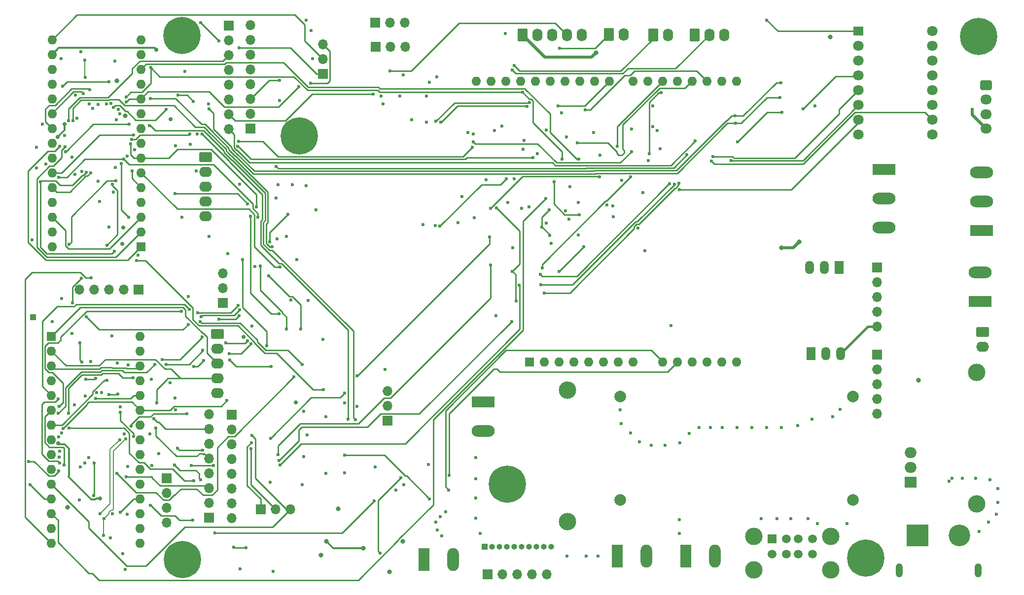
<source format=gbr>
%TF.GenerationSoftware,KiCad,Pcbnew,(6.0.0)*%
%TF.CreationDate,2022-06-20T16:18:32+01:00*%
%TF.ProjectId,RemoteLabs_supervisor_PCB,52656d6f-7465-44c6-9162-735f73757065,rev?*%
%TF.SameCoordinates,Original*%
%TF.FileFunction,Copper,L2,Inr*%
%TF.FilePolarity,Positive*%
%FSLAX46Y46*%
G04 Gerber Fmt 4.6, Leading zero omitted, Abs format (unit mm)*
G04 Created by KiCad (PCBNEW (6.0.0)) date 2022-06-20 16:18:32*
%MOMM*%
%LPD*%
G01*
G04 APERTURE LIST*
G04 Aperture macros list*
%AMRoundRect*
0 Rectangle with rounded corners*
0 $1 Rounding radius*
0 $2 $3 $4 $5 $6 $7 $8 $9 X,Y pos of 4 corners*
0 Add a 4 corners polygon primitive as box body*
4,1,4,$2,$3,$4,$5,$6,$7,$8,$9,$2,$3,0*
0 Add four circle primitives for the rounded corners*
1,1,$1+$1,$2,$3*
1,1,$1+$1,$4,$5*
1,1,$1+$1,$6,$7*
1,1,$1+$1,$8,$9*
0 Add four rect primitives between the rounded corners*
20,1,$1+$1,$2,$3,$4,$5,0*
20,1,$1+$1,$4,$5,$6,$7,0*
20,1,$1+$1,$6,$7,$8,$9,0*
20,1,$1+$1,$8,$9,$2,$3,0*%
G04 Aperture macros list end*
%TA.AperFunction,ComponentPad*%
%ADD10R,1.700000X1.700000*%
%TD*%
%TA.AperFunction,ComponentPad*%
%ADD11O,1.700000X1.700000*%
%TD*%
%TA.AperFunction,ComponentPad*%
%ADD12RoundRect,0.250000X-0.725000X0.600000X-0.725000X-0.600000X0.725000X-0.600000X0.725000X0.600000X0*%
%TD*%
%TA.AperFunction,ComponentPad*%
%ADD13O,1.950000X1.700000*%
%TD*%
%TA.AperFunction,ComponentPad*%
%ADD14C,3.000000*%
%TD*%
%TA.AperFunction,ComponentPad*%
%ADD15R,1.980000X3.960000*%
%TD*%
%TA.AperFunction,ComponentPad*%
%ADD16O,1.980000X3.960000*%
%TD*%
%TA.AperFunction,ComponentPad*%
%ADD17R,3.960000X1.980000*%
%TD*%
%TA.AperFunction,ComponentPad*%
%ADD18O,3.960000X1.980000*%
%TD*%
%TA.AperFunction,ComponentPad*%
%ADD19RoundRect,0.250000X-0.620000X-0.845000X0.620000X-0.845000X0.620000X0.845000X-0.620000X0.845000X0*%
%TD*%
%TA.AperFunction,ComponentPad*%
%ADD20O,1.740000X2.190000*%
%TD*%
%TA.AperFunction,ComponentPad*%
%ADD21R,1.500000X2.300000*%
%TD*%
%TA.AperFunction,ComponentPad*%
%ADD22O,1.500000X2.300000*%
%TD*%
%TA.AperFunction,ComponentPad*%
%ADD23R,1.000000X1.000000*%
%TD*%
%TA.AperFunction,ComponentPad*%
%ADD24O,1.000000X1.000000*%
%TD*%
%TA.AperFunction,ComponentPad*%
%ADD25RoundRect,0.250000X-0.845000X0.620000X-0.845000X-0.620000X0.845000X-0.620000X0.845000X0.620000X0*%
%TD*%
%TA.AperFunction,ComponentPad*%
%ADD26O,2.190000X1.740000*%
%TD*%
%TA.AperFunction,ComponentPad*%
%ADD27C,0.800000*%
%TD*%
%TA.AperFunction,ComponentPad*%
%ADD28C,6.400000*%
%TD*%
%TA.AperFunction,ComponentPad*%
%ADD29C,2.000000*%
%TD*%
%TA.AperFunction,ComponentPad*%
%ADD30R,1.600000X1.600000*%
%TD*%
%TA.AperFunction,ComponentPad*%
%ADD31O,1.600000X1.600000*%
%TD*%
%TA.AperFunction,ComponentPad*%
%ADD32C,3.716000*%
%TD*%
%TA.AperFunction,ComponentPad*%
%ADD33R,3.716000X3.716000*%
%TD*%
%TA.AperFunction,ComponentPad*%
%ADD34O,1.200000X2.400000*%
%TD*%
%TA.AperFunction,ComponentPad*%
%ADD35R,2.000000X1.905000*%
%TD*%
%TA.AperFunction,ComponentPad*%
%ADD36O,2.000000X1.905000*%
%TD*%
%TA.AperFunction,ComponentPad*%
%ADD37R,1.500000X1.500000*%
%TD*%
%TA.AperFunction,ComponentPad*%
%ADD38C,1.500000*%
%TD*%
%TA.AperFunction,ComponentPad*%
%ADD39R,1.800000X1.524000*%
%TD*%
%TA.AperFunction,ComponentPad*%
%ADD40C,1.800000*%
%TD*%
%TA.AperFunction,ViaPad*%
%ADD41C,0.600000*%
%TD*%
%TA.AperFunction,ViaPad*%
%ADD42C,0.700000*%
%TD*%
%TA.AperFunction,ViaPad*%
%ADD43C,0.800000*%
%TD*%
%TA.AperFunction,Conductor*%
%ADD44C,0.250000*%
%TD*%
%TA.AperFunction,Conductor*%
%ADD45C,0.500000*%
%TD*%
%TA.AperFunction,Conductor*%
%ADD46C,0.300000*%
%TD*%
%TA.AperFunction,Conductor*%
%ADD47C,0.400000*%
%TD*%
%TA.AperFunction,Conductor*%
%ADD48C,0.200000*%
%TD*%
G04 APERTURE END LIST*
D10*
%TO.N,SERVO_1*%
%TO.C,J20*%
X110439200Y-24942800D03*
D11*
%TO.N,5V_DC_SERVO*%
X112979200Y-24942800D03*
%TO.N,GNDD*%
X115519200Y-24942800D03*
%TD*%
D12*
%TO.N,Net-(A4-Pad14)*%
%TO.C,J19*%
X215392000Y-35690800D03*
D13*
%TO.N,Net-(A4-Pad13)*%
X215392000Y-38190800D03*
%TO.N,Net-(J19-Pad3)*%
X215392000Y-40690800D03*
%TO.N,Net-(J19-Pad4)*%
X215392000Y-43190800D03*
%TD*%
D14*
%TO.N,12V_DC_BUS*%
%TO.C,F2*%
X143510000Y-88138000D03*
%TO.N,/DC Motor Controller/HC*%
X143510000Y-110738000D03*
%TD*%
D15*
%TO.N,GNDPWR*%
%TO.C,J31*%
X152044400Y-116636800D03*
D16*
%TO.N,5V_DC_RPI*%
X157044400Y-116636800D03*
%TD*%
D17*
%TO.N,/DC Motor Controller/HC3*%
%TO.C,J17*%
X197805200Y-50178600D03*
D18*
%TO.N,/DC Motor Controller/HC2*%
X197805200Y-55178600D03*
%TO.N,/DC Motor Controller/HC1*%
X197805200Y-60178600D03*
%TD*%
D10*
%TO.N,/Supervisor MCU/MOSI*%
%TO.C,J15*%
X101498400Y-33782000D03*
D11*
%TO.N,/Supervisor MCU/SCK*%
X101498400Y-31242000D03*
%TO.N,/Supervisor MCU/LATCH*%
X101498400Y-28702000D03*
%TD*%
D19*
%TO.N,/Digital Sensor Buffers/D_IN_B*%
%TO.C,J24*%
X158242000Y-27025600D03*
D20*
%TO.N,GNDD*%
X160782000Y-27025600D03*
%TD*%
D21*
%TO.N,12V_DC_BUS*%
%TO.C,U18*%
X190144400Y-67056000D03*
D22*
%TO.N,GND_PB*%
X187604400Y-67056000D03*
%TO.N,5V_DC_SERVO*%
X185064400Y-67056000D03*
%TD*%
D10*
%TO.N,STUDNT_LED3*%
%TO.C,J9*%
X74625200Y-103286400D03*
D11*
%TO.N,STUDNT_LED2*%
X74625200Y-105826400D03*
%TO.N,STUDNT_LED1*%
X74625200Y-108366400D03*
%TO.N,/Student MCU/SPARE_3*%
X74625200Y-110906400D03*
%TD*%
D19*
%TO.N,/Digital Sensor Buffers/D_IN_A*%
%TO.C,J23*%
X150622000Y-26994800D03*
D20*
%TO.N,GNDD*%
X153162000Y-26994800D03*
%TD*%
D10*
%TO.N,/Output Logic/SUPERVISOR_MOTOR_EN*%
%TO.C,J14*%
X89001600Y-43180000D03*
D11*
%TO.N,PEND_ENABLE*%
X89001600Y-40640000D03*
%TO.N,/Output Logic/MCU_STEP_SELECT*%
X89001600Y-38100000D03*
%TO.N,/Output Logic/MCU_PIXEL_SELECT*%
X89001600Y-35560000D03*
%TO.N,/Output Logic/SUPERVISOR_DIRECTION*%
X89001600Y-33020000D03*
%TO.N,/Output Logic/SUPERVISOR_STEP_SLP*%
X89001600Y-30480000D03*
%TO.N,/Output Logic/SUPERVISOR_STEP_RST*%
X89001600Y-27940000D03*
%TO.N,STEPP_EN*%
X89001600Y-25400000D03*
%TD*%
D15*
%TO.N,GNDPWR*%
%TO.C,J30*%
X163830000Y-116636800D03*
D16*
%TO.N,12V_DC_BUS*%
X168830000Y-116636800D03*
%TD*%
D23*
%TO.N,GNDPWR*%
%TO.C,J32*%
X129250600Y-115062000D03*
D24*
X130520600Y-115062000D03*
X131790600Y-115062000D03*
X133060600Y-115062000D03*
X134330600Y-115062000D03*
X135600600Y-115062000D03*
X136870600Y-115062000D03*
X138140600Y-115062000D03*
X139410600Y-115062000D03*
X140680600Y-115062000D03*
%TD*%
D25*
%TO.N,GNDD*%
%TO.C,J26*%
X83362800Y-78486000D03*
D26*
%TO.N,3V3_DC_MCU*%
X83362800Y-81026000D03*
%TO.N,/Student MCU/PROG_TX*%
X83362800Y-83566000D03*
%TO.N,/Student MCU/PROG_RX*%
X83362800Y-86106000D03*
%TO.N,/Student MCU/MCU_RESET*%
X83362800Y-88646000D03*
%TD*%
D10*
%TO.N,5V_DC_RPI*%
%TO.C,J29*%
X84328000Y-73137000D03*
D11*
%TO.N,/Power Input & Distribution/5_to_3v3_reg*%
X84328000Y-70597000D03*
%TO.N,USB_BUS*%
X84328000Y-68057000D03*
%TD*%
D15*
%TO.N,Net-(J22-Pad1)*%
%TO.C,J22*%
X118872000Y-117195600D03*
D16*
%TO.N,Net-(J22-Pad2)*%
X123872000Y-117195600D03*
%TD*%
D27*
%TO.N,N/C*%
%TO.C,H5*%
X131449744Y-105989456D03*
X131449744Y-102595344D03*
X134843856Y-102595344D03*
X133146800Y-106692400D03*
D28*
X133146800Y-104292400D03*
D27*
X130746800Y-104292400D03*
X134843856Y-105989456D03*
X135546800Y-104292400D03*
X133146800Y-101892400D03*
%TD*%
D10*
%TO.N,SERVO_2*%
%TO.C,J21*%
X110540800Y-29057600D03*
D11*
%TO.N,5V_DC_SERVO*%
X113080800Y-29057600D03*
%TO.N,GNDD*%
X115620800Y-29057600D03*
%TD*%
D29*
%TO.N,GNDPWR*%
%TO.C,A5*%
X192506600Y-89204800D03*
%TO.N,12V_DC_BUS*%
X192506600Y-106984800D03*
%TO.N,GNDPWR*%
X152501600Y-89204800D03*
%TO.N,5V_DC_RPI*%
X152501600Y-106984800D03*
%TD*%
D19*
%TO.N,5V_DC_LED*%
%TO.C,J2*%
X165303200Y-27025600D03*
D20*
%TO.N,Net-(J2-Pad2)*%
X167843200Y-27025600D03*
%TO.N,GNDD*%
X170383200Y-27025600D03*
%TD*%
D14*
%TO.N,/Power Input & Distribution/12V_DC*%
%TO.C,F1*%
X213715600Y-107696000D03*
%TO.N,/Power Input & Distribution/12V*%
X213715600Y-85096000D03*
%TD*%
D10*
%TO.N,/Output Logic/STUDENT_MOTOR_EN*%
%TO.C,J10*%
X85852000Y-92303600D03*
D11*
%TO.N,/Student MCU/SHIFT_1*%
X85852000Y-94843600D03*
%TO.N,/Student MCU/SHIFT_2*%
X85852000Y-97383600D03*
%TO.N,/Student MCU/SHIFT_3*%
X85852000Y-99923600D03*
%TO.N,/Output Logic/STUDENT_DIRECTION*%
X85852000Y-102463600D03*
%TO.N,/Output Logic/STUDENT_STEP_SLP*%
X85852000Y-105003600D03*
%TO.N,/Output Logic/STUDENT_STEP_RST*%
X85852000Y-107543600D03*
%TO.N,/Student MCU/SHIFT_7*%
X85852000Y-110083600D03*
%TD*%
D27*
%TO.N,N/C*%
%TO.C,H1*%
X78963856Y-25430144D03*
X79666800Y-27127200D03*
X78963856Y-28824256D03*
X74866800Y-27127200D03*
X77266800Y-24727200D03*
X77266800Y-29527200D03*
D28*
X77266800Y-27127200D03*
D27*
X75569744Y-25430144D03*
X75569744Y-28824256D03*
%TD*%
D17*
%TO.N,/DC Motor Controller/HC*%
%TO.C,J16*%
X128981200Y-90148200D03*
D18*
%TO.N,GNDPWR*%
X128981200Y-95148200D03*
%TD*%
D17*
%TO.N,/DC Motor Controller/HC1*%
%TO.C,J18*%
X214579200Y-60706000D03*
D18*
%TO.N,/DC Motor Controller/HC2*%
X214579200Y-55706000D03*
%TO.N,/DC Motor Controller/HC3*%
X214579200Y-50706000D03*
%TD*%
D10*
%TO.N,12V_DC_BUS*%
%TO.C,J33*%
X196646800Y-81991200D03*
D11*
X196646800Y-84531200D03*
X196646800Y-87071200D03*
X196646800Y-89611200D03*
X196646800Y-92151200D03*
%TD*%
D27*
%TO.N,N/C*%
%TO.C,H2*%
X79065456Y-115549344D03*
X79768400Y-117246400D03*
X77368400Y-119646400D03*
X77368400Y-114846400D03*
X79065456Y-118943456D03*
X75671344Y-115549344D03*
X74968400Y-117246400D03*
D28*
X77368400Y-117246400D03*
D27*
X75671344Y-118943456D03*
%TD*%
D30*
%TO.N,/Supervisor MCU/PROG_TX*%
%TO.C,A2*%
X70231000Y-63432923D03*
D31*
%TO.N,/Supervisor MCU/PROG_RX*%
X70231000Y-60892923D03*
%TO.N,/Supervisor MCU/MCU_RESET*%
X70231000Y-58352923D03*
%TO.N,GNDD*%
X70231000Y-55812923D03*
%TO.N,/Digital Sensor Buffers/D_OUT_E1*%
X70231000Y-53272923D03*
%TO.N,/Digital Sensor Buffers/D_OUT_C1*%
X70231000Y-50732923D03*
%TO.N,/Digital Sensor Buffers/D_OUT_D1*%
X70231000Y-48192923D03*
%TO.N,/Output Logic/SUPERVISOR_PIXEL_DATA*%
X70231000Y-45652923D03*
%TO.N,/Output Logic/SUPERVISOR_STEP*%
X70231000Y-43112923D03*
%TO.N,SUP_LED2*%
X70231000Y-40572923D03*
%TO.N,/Supervisor MCU/LATCH*%
X70231000Y-38032923D03*
%TO.N,SERVO_1*%
X70231000Y-35492923D03*
%TO.N,/Output Logic/SUPERVISOR_MOTOR_PWM*%
X70231000Y-32952923D03*
%TO.N,/Supervisor MCU/MOSI*%
X70231000Y-30412923D03*
%TO.N,SUP_LED1*%
X70231000Y-27872923D03*
%TO.N,/Supervisor MCU/SCK*%
X54991000Y-27872923D03*
%TO.N,3V3_DC_MCU*%
X54991000Y-30412923D03*
%TO.N,unconnected-(A2-Pad18)*%
X54991000Y-32952923D03*
%TO.N,/Supervisor MCU/STDNT_DC_M_DIR_2*%
X54991000Y-35492923D03*
%TO.N,/Supervisor MCU/STDNT_DC_M_DIR_1*%
X54991000Y-38032923D03*
%TO.N,/Supervisor MCU/STDNT_SRVO_RX_1*%
X54991000Y-40572923D03*
%TO.N,/Analog Sensor Buffers/A_OUT_C1*%
X54991000Y-43112923D03*
%TO.N,/Digital Sensor Buffers/D_OUT_A1*%
X54991000Y-45652923D03*
%TO.N,/Digital Sensor Buffers/D_OUT_F1*%
X54991000Y-48192923D03*
%TO.N,/Analog Sensor Buffers/A_OUT_B1*%
X54991000Y-50732923D03*
%TO.N,/Analog Sensor Buffers/A_OUT_A1*%
X54991000Y-53272923D03*
%TO.N,unconnected-(A2-Pad27)*%
X54991000Y-55812923D03*
%TO.N,/Supervisor MCU/MCU_RESET*%
X54991000Y-58352923D03*
%TO.N,GNDD*%
X54991000Y-60892923D03*
%TO.N,unconnected-(A2-Pad30)*%
X54991000Y-63432923D03*
%TD*%
D10*
%TO.N,3V3_DC_MCU*%
%TO.C,J36*%
X69850000Y-70866000D03*
D11*
X67310000Y-70866000D03*
X64770000Y-70866000D03*
X62230000Y-70866000D03*
X59690000Y-70866000D03*
%TD*%
D23*
%TO.N,Net-(J28-Pad1)*%
%TO.C,J28*%
X51714400Y-75590400D03*
%TD*%
D21*
%TO.N,12V_DC_BUS*%
%TO.C,U1*%
X185318400Y-81838800D03*
D22*
%TO.N,GND_PB*%
X187858400Y-81838800D03*
%TO.N,5V_DC_LED*%
X190398400Y-81838800D03*
%TD*%
D32*
%TO.N,GNDPWR*%
%TO.C,J3*%
X210820000Y-113080800D03*
D33*
%TO.N,/Power Input & Distribution/12V_DC*%
X203620000Y-113080800D03*
D34*
%TO.N,unconnected-(J3-PadS1)*%
X200470000Y-119080800D03*
%TO.N,unconnected-(J3-PadS2)*%
X213970000Y-119080800D03*
%TD*%
D25*
%TO.N,GNDD*%
%TO.C,J1*%
X81330800Y-48056800D03*
D26*
%TO.N,3V3_DC_MCU*%
X81330800Y-50596800D03*
%TO.N,/Supervisor MCU/PROG_TX*%
X81330800Y-53136800D03*
%TO.N,/Supervisor MCU/PROG_RX*%
X81330800Y-55676800D03*
%TO.N,/Supervisor MCU/MCU_RESET*%
X81330800Y-58216800D03*
%TD*%
D30*
%TO.N,/Student MCU/PROG_TX*%
%TO.C,A1*%
X54856000Y-78868500D03*
D31*
%TO.N,/Student MCU/PROG_RX*%
X54856000Y-81408500D03*
%TO.N,/Student MCU/MCU_RESET*%
X54856000Y-83948500D03*
%TO.N,GNDD*%
X54856000Y-86488500D03*
%TO.N,OE_B*%
X54856000Y-89028500D03*
%TO.N,OE_A*%
X54856000Y-91568500D03*
%TO.N,OE_IDX*%
X54856000Y-94108500D03*
%TO.N,/Output Logic/STUDENT_PIXEL_DATA*%
X54856000Y-96648500D03*
%TO.N,/Output Logic/STUDENT_STEP*%
X54856000Y-99188500D03*
%TO.N,/Student MCU/DC_MOTOR_DIR2*%
X54856000Y-101728500D03*
%TO.N,/Student MCU/LATCH*%
X54856000Y-104268500D03*
%TO.N,/Student MCU/SERVO_1*%
X54856000Y-106808500D03*
%TO.N,/Output Logic/STUDENT_MOTOR_PWM*%
X54856000Y-109348500D03*
%TO.N,/Student MCU/MOSI*%
X54856000Y-111888500D03*
%TO.N,/Student MCU/DC_MOTOR_DIR1*%
X54856000Y-114428500D03*
%TO.N,/Student MCU/SCK*%
X70096000Y-114428500D03*
%TO.N,3V3_DC_MCU*%
X70096000Y-111888500D03*
%TO.N,unconnected-(A1-Pad18)*%
X70096000Y-109348500D03*
%TO.N,STUDNT_LED3*%
X70096000Y-106808500D03*
%TO.N,STUDNT_LED2*%
X70096000Y-104268500D03*
%TO.N,STUDNT_LED1*%
X70096000Y-101728500D03*
%TO.N,/Analog Sensor Buffers/A_OUT_C2*%
X70096000Y-99188500D03*
%TO.N,LIMIT_1*%
X70096000Y-96648500D03*
%TO.N,STU_STP_FLT*%
X70096000Y-94108500D03*
%TO.N,/Analog Sensor Buffers/A_OUT_B2*%
X70096000Y-91568500D03*
%TO.N,/Analog Sensor Buffers/A_OUT_A2*%
X70096000Y-89028500D03*
%TO.N,unconnected-(A1-Pad27)*%
X70096000Y-86488500D03*
%TO.N,/Student MCU/MCU_RESET*%
X70096000Y-83948500D03*
%TO.N,GNDD*%
X70096000Y-81408500D03*
%TO.N,unconnected-(A1-Pad30)*%
X70096000Y-78868500D03*
%TD*%
D30*
%TO.N,unconnected-(A3-Pad1)*%
%TO.C,A3*%
X136956800Y-83309520D03*
D31*
%TO.N,unconnected-(A3-Pad2)*%
X139496800Y-83309520D03*
%TO.N,unconnected-(A3-Pad3)*%
X142036800Y-83309520D03*
%TO.N,unconnected-(A3-Pad4)*%
X144576800Y-83309520D03*
%TO.N,5V_DC_SERVO*%
X147116800Y-83309520D03*
%TO.N,GNDD*%
X149656800Y-83309520D03*
X152196800Y-83309520D03*
%TO.N,unconnected-(A3-Pad8)*%
X154736800Y-83309520D03*
%TO.N,M_I_SENSE_1*%
X159816800Y-83309520D03*
%TO.N,M_I_SENSE_2*%
X162356800Y-83309520D03*
%TO.N,unconnected-(A3-Pad11)*%
X164896800Y-83309520D03*
%TO.N,unconnected-(A3-Pad12)*%
X167436800Y-83309520D03*
%TO.N,unconnected-(A3-Pad13)*%
X169976800Y-83309520D03*
%TO.N,unconnected-(A3-Pad14)*%
X172516800Y-83309520D03*
%TO.N,unconnected-(A3-Pad15)*%
X172516800Y-35049520D03*
%TO.N,unconnected-(A3-Pad16)*%
X169976800Y-35049520D03*
%TO.N,SUP_LED2*%
X167436800Y-35049520D03*
%TO.N,/DC Motor Controller/IN_1*%
X164896800Y-35049520D03*
%TO.N,/DC Motor Controller/PENDULUM_PIN_1*%
X162356800Y-35049520D03*
%TO.N,PEND_ENABLE*%
X159816800Y-35049520D03*
%TO.N,STUDNT_LED1*%
X157276800Y-35049520D03*
%TO.N,STUDNT_LED2*%
X154736800Y-35049520D03*
%TO.N,STUDNT_LED3*%
X150676800Y-35049520D03*
%TO.N,SERVO_1*%
X148136800Y-35049520D03*
%TO.N,SUP_LED1*%
X145596800Y-35049520D03*
%TO.N,/DC Motor Controller/IN_2*%
X143056800Y-35049520D03*
%TO.N,/DC Motor Controller/ENABLE*%
X140516800Y-35049520D03*
X137976800Y-35049520D03*
%TO.N,GNDD*%
X135436800Y-35049520D03*
%TO.N,unconnected-(A3-Pad30)*%
X132896800Y-35049520D03*
%TO.N,unconnected-(A3-Pad31)*%
X130356800Y-35049520D03*
%TO.N,unconnected-(A3-Pad32)*%
X127816800Y-35049520D03*
%TD*%
D35*
%TO.N,/Power Input & Distribution/01*%
%TO.C,Q1*%
X202438000Y-103936800D03*
D36*
%TO.N,/Power Input & Distribution/12V*%
X202438000Y-101396800D03*
%TO.N,12V_DC_BUS*%
X202438000Y-98856800D03*
%TD*%
D19*
%TO.N,5V_DC_RPI*%
%TO.C,J25*%
X135788400Y-27025600D03*
D20*
%TO.N,/Digital Sensor Buffers/D_IN_C*%
X138328400Y-27025600D03*
%TO.N,/Digital Sensor Buffers/D_IN_D*%
X140868400Y-27025600D03*
%TO.N,/Digital Sensor Buffers/D_IN_E*%
X143408400Y-27025600D03*
%TO.N,GNDD*%
X145948400Y-27025600D03*
%TD*%
D10*
%TO.N,Net-(J27-Pad1)*%
%TO.C,J27*%
X112572800Y-93355400D03*
D11*
%TO.N,A_BUFFER_OUT_A*%
X112572800Y-90815400D03*
%TO.N,A_BUFFER_OUT_B*%
X112572800Y-88275400D03*
%TD*%
D10*
%TO.N,/Student MCU/MOSI*%
%TO.C,J11*%
X90779600Y-108610400D03*
D11*
%TO.N,/Student MCU/SCK*%
X93319600Y-108610400D03*
%TO.N,/Student MCU/LATCH*%
X95859600Y-108610400D03*
%TD*%
D10*
%TO.N,Net-(J8-Pad1)*%
%TO.C,J8*%
X81889600Y-110032800D03*
D11*
%TO.N,Net-(J8-Pad2)*%
X81889600Y-107492800D03*
%TO.N,Net-(J8-Pad3)*%
X81889600Y-104952800D03*
%TO.N,Net-(J8-Pad4)*%
X81889600Y-102412800D03*
%TO.N,Net-(J8-Pad5)*%
X81889600Y-99872800D03*
%TO.N,Net-(J8-Pad6)*%
X81889600Y-97332800D03*
%TO.N,Net-(J8-Pad7)*%
X81889600Y-94792800D03*
%TO.N,/Student MCU/MODE_2*%
X81889600Y-92252800D03*
%TD*%
D27*
%TO.N,N/C*%
%TO.C,H6*%
X196362656Y-118638656D03*
X192968544Y-118638656D03*
X196362656Y-115244544D03*
D28*
X194665600Y-116941600D03*
D27*
X194665600Y-114541600D03*
X197065600Y-116941600D03*
X192265600Y-116941600D03*
X192968544Y-115244544D03*
X194665600Y-119341600D03*
%TD*%
%TO.N,N/C*%
%TO.C,H3*%
X215819056Y-28976656D03*
X216522000Y-27279600D03*
D28*
X214122000Y-27279600D03*
D27*
X215819056Y-25582544D03*
X212424944Y-25582544D03*
X214122000Y-29679600D03*
X212424944Y-28976656D03*
X214122000Y-24879600D03*
X211722000Y-27279600D03*
%TD*%
D10*
%TO.N,5V_DC_LED*%
%TO.C,J34*%
X196646800Y-67061000D03*
D11*
X196646800Y-69601000D03*
X196646800Y-72141000D03*
X196646800Y-74681000D03*
X196646800Y-77221000D03*
%TD*%
D10*
%TO.N,5V_DC_RPI*%
%TO.C,J35*%
X129748200Y-119735600D03*
D11*
X132288200Y-119735600D03*
X134828200Y-119735600D03*
X137368200Y-119735600D03*
X139908200Y-119735600D03*
%TD*%
D25*
%TO.N,GNDPWR*%
%TO.C,J4*%
X214731600Y-78079600D03*
D26*
%TO.N,12V_DC_BUS*%
X214731600Y-80619600D03*
%TD*%
D37*
%TO.N,5V_DC_RPI*%
%TO.C,J5*%
X178584000Y-113643600D03*
D38*
%TO.N,unconnected-(J5-Pad2)*%
X181084000Y-113643600D03*
%TO.N,unconnected-(J5-Pad3)*%
X183084000Y-113643600D03*
%TO.N,GNDPWR*%
X185584000Y-113643600D03*
%TO.N,5V_DC_RPI*%
X178584000Y-116263600D03*
%TO.N,unconnected-(J5-Pad6)*%
X181084000Y-116263600D03*
%TO.N,unconnected-(J5-Pad7)*%
X183084000Y-116263600D03*
%TO.N,GNDPWR*%
X185584000Y-116263600D03*
D14*
X188654000Y-118973600D03*
X188654000Y-113293600D03*
X175514000Y-118973600D03*
X175514000Y-113293600D03*
%TD*%
D17*
%TO.N,GNDPWR*%
%TO.C,J6*%
X214376000Y-72847200D03*
D18*
%TO.N,5V_DC_LED*%
X214376000Y-67847200D03*
%TD*%
D27*
%TO.N,N/C*%
%TO.C,H4*%
X99783600Y-44450000D03*
X97383600Y-42050000D03*
X99080656Y-42752944D03*
X97383600Y-46850000D03*
D28*
X97383600Y-44450000D03*
D27*
X99080656Y-46147056D03*
X95686544Y-42752944D03*
X95686544Y-46147056D03*
X94983600Y-44450000D03*
%TD*%
D10*
%TO.N,Net-(J12-Pad1)*%
%TO.C,J12*%
X85293200Y-25450800D03*
D11*
%TO.N,Net-(J12-Pad2)*%
X85293200Y-27990800D03*
%TO.N,Net-(J12-Pad3)*%
X85293200Y-30530800D03*
%TO.N,Net-(J12-Pad4)*%
X85293200Y-33070800D03*
%TO.N,Net-(J12-Pad5)*%
X85293200Y-35610800D03*
%TO.N,Net-(J12-Pad6)*%
X85293200Y-38150800D03*
%TO.N,SERVO_2*%
X85293200Y-40690800D03*
%TO.N,MODE_2*%
X85293200Y-43230800D03*
%TD*%
D39*
%TO.N,STEPP_EN*%
%TO.C,A4*%
X193446400Y-26416000D03*
D40*
%TO.N,MODE_0*%
X193446400Y-28956000D03*
%TO.N,MODE_1*%
X193446400Y-31496000D03*
%TO.N,MODE_2*%
X193446400Y-34036000D03*
%TO.N,/Output Logic/STEP_RST_OUT*%
X193446400Y-36576000D03*
%TO.N,/Output Logic/STEP_SLP_OUT*%
X193446400Y-39116000D03*
%TO.N,/DC Motor Controller/PENDULUM_PIN_1*%
X193446400Y-41656000D03*
%TO.N,/Output Logic/DIRECTION_OUT*%
X193446400Y-44196000D03*
%TO.N,GNDPWR*%
X206146400Y-44196000D03*
%TO.N,STPPR_FAULT*%
X206146400Y-41656000D03*
%TO.N,Net-(J19-Pad3)*%
X206146400Y-39116000D03*
%TO.N,Net-(J19-Pad4)*%
X206146400Y-36576000D03*
%TO.N,Net-(A4-Pad13)*%
X206146400Y-34036000D03*
%TO.N,Net-(A4-Pad14)*%
X206146400Y-31496000D03*
%TO.N,GNDPWR*%
X206146400Y-28956000D03*
%TO.N,12V_DC_BUS*%
X206146400Y-26416000D03*
%TD*%
D41*
%TO.N,Net-(J19-Pad4)*%
X213004400Y-39878000D03*
%TO.N,PEND_ENABLE*%
X152044400Y-46228000D03*
%TO.N,/Student MCU/PROG_TX*%
X68537670Y-94299700D03*
X78130400Y-92172199D03*
D42*
%TO.N,3V3_DC_MCU*%
X67056000Y-62992000D03*
X56054438Y-97268907D03*
X87884000Y-78943200D03*
X72898000Y-29565600D03*
X67157600Y-60198000D03*
D43*
X67564000Y-40944800D03*
D42*
X63195200Y-106699400D03*
D43*
X102108000Y-114096800D03*
X108407200Y-115316000D03*
D42*
X96824800Y-90220800D03*
X55903333Y-44579067D03*
X75285600Y-41503600D03*
X57099200Y-42367200D03*
D41*
%TO.N,/Student MCU/PROG_RX*%
X72927004Y-90273158D03*
%TO.N,/Student MCU/MCU_RESET*%
X71831200Y-107950000D03*
X86156800Y-115112800D03*
X88290400Y-115163600D03*
X79095600Y-110490000D03*
%TO.N,STUDNT_LED3*%
X132994400Y-51816000D03*
X66676365Y-109139547D03*
X82702400Y-101092000D03*
X121591025Y-59948437D03*
X112166400Y-84582000D03*
X78892400Y-101092000D03*
X92481400Y-96393000D03*
X138328400Y-47498000D03*
X105192993Y-88646651D03*
X60706000Y-89103200D03*
X141884400Y-39243000D03*
%TO.N,STUDNT_LED2*%
X118643400Y-59690000D03*
X136961741Y-38684432D03*
X62653751Y-88572730D03*
X71749846Y-95605600D03*
X120902775Y-41905563D03*
%TO.N,OE_B*%
X79959200Y-74777600D03*
X56184800Y-99618800D03*
X78536800Y-74218800D03*
X86918800Y-73507600D03*
%TO.N,STUDNT_LED1*%
X136550400Y-39370000D03*
X121691400Y-42037000D03*
X56095358Y-96114454D03*
X120802400Y-59817000D03*
%TO.N,OE_A*%
X80363041Y-76304159D03*
X78333600Y-76809600D03*
X57059524Y-100960600D03*
X60870111Y-75477089D03*
X97891600Y-83667600D03*
%TO.N,/Analog Sensor Buffers/A_OUT_C2*%
X76517859Y-98132543D03*
X80811110Y-98406967D03*
X82956400Y-112623600D03*
X110286800Y-107137200D03*
X56575631Y-95475282D03*
%TO.N,OE_IDX*%
X87121841Y-75285759D03*
X73843211Y-82823989D03*
X64373452Y-86380581D03*
X80721200Y-78994000D03*
X83616800Y-75946000D03*
%TO.N,LIMIT_1*%
X85478451Y-82923813D03*
X92608400Y-84023200D03*
X58841300Y-90626409D03*
%TO.N,/Output Logic/STUDENT_PIXEL_DATA*%
X74544814Y-83688814D03*
X72586080Y-83688814D03*
X142046590Y-67726190D03*
X80846134Y-81252534D03*
X146262989Y-63485100D03*
X88555927Y-79638456D03*
X56036644Y-92124221D03*
X84837934Y-80009808D03*
%TO.N,STU_STP_FLT*%
X77216000Y-74523600D03*
X87172800Y-74269600D03*
X80568800Y-75488800D03*
X56157557Y-90897752D03*
%TO.N,/Output Logic/STUDENT_STEP*%
X85381951Y-81878700D03*
X79273400Y-84074000D03*
X80975200Y-83058000D03*
X68884800Y-85953600D03*
X57797258Y-92067762D03*
X89132805Y-80192005D03*
%TO.N,/Analog Sensor Buffers/A_OUT_B2*%
X84988400Y-89916000D03*
X56872629Y-94732991D03*
X97891600Y-104343200D03*
%TO.N,/Student MCU/DC_MOTOR_DIR2*%
X59978800Y-68868800D03*
X58515489Y-73095089D03*
%TO.N,/Analog Sensor Buffers/A_OUT_A2*%
X62484000Y-89509600D03*
X75234800Y-86817200D03*
X98770100Y-95836367D03*
%TO.N,/Student MCU/LATCH*%
X89255600Y-95859600D03*
%TO.N,/Student MCU/SERVO_1*%
X51206400Y-104343200D03*
%TO.N,/Output Logic/STUDENT_MOTOR_PWM*%
X139741905Y-55138980D03*
%TO.N,/Student MCU/MOSI*%
X89204800Y-97129600D03*
%TO.N,/Student MCU/DC_MOTOR_DIR1*%
X61719567Y-68806500D03*
%TO.N,/Student MCU/SCK*%
X62155257Y-106242610D03*
X62164987Y-100625062D03*
X89103200Y-98196400D03*
%TO.N,/Supervisor MCU/PROG_TX*%
X56235600Y-46228000D03*
%TO.N,/Supervisor MCU/PROG_RX*%
X57173083Y-46317479D03*
%TO.N,/Supervisor MCU/MCU_RESET*%
X79705200Y-50393600D03*
X77283077Y-58352923D03*
X76568984Y-37437116D03*
X79197200Y-38455600D03*
%TO.N,/Supervisor MCU/STDNT_DC_M_DIR_2*%
X64359374Y-63176611D03*
X65313900Y-52745300D03*
%TO.N,/Supervisor MCU/STDNT_DC_M_DIR_1*%
X65684400Y-64211200D03*
X60835316Y-50652961D03*
X52984400Y-52273200D03*
X53315086Y-42353953D03*
%TO.N,/Digital Sensor Buffers/D_OUT_E1*%
X88560550Y-56067050D03*
X76123080Y-54331320D03*
X68681600Y-50444400D03*
X66598800Y-40589200D03*
%TO.N,/Supervisor MCU/STDNT_SRVO_RX_1*%
X51511200Y-62280800D03*
X60328267Y-37165730D03*
%TO.N,/Digital Sensor Buffers/D_OUT_C1*%
X66329898Y-39836275D03*
X94132400Y-66954400D03*
%TO.N,/Analog Sensor Buffers/A_OUT_C1*%
X61417200Y-36423600D03*
X71678800Y-42621200D03*
X107101300Y-93229069D03*
%TO.N,/Digital Sensor Buffers/D_OUT_D1*%
X90068400Y-56642000D03*
X68478400Y-45770800D03*
%TO.N,/Digital Sensor Buffers/D_OUT_A1*%
X53866489Y-49257511D03*
X66891040Y-49123821D03*
X68150266Y-58396666D03*
X89763600Y-66852800D03*
X69748400Y-64922400D03*
%TO.N,/Output Logic/SUPERVISOR_PIXEL_DATA*%
X78704101Y-45836501D03*
X141181264Y-52315936D03*
X86867647Y-46174455D03*
X145539385Y-57970011D03*
X137526373Y-48167204D03*
%TO.N,/Digital Sensor Buffers/D_OUT_F1*%
X67305022Y-48439845D03*
X56083200Y-51511200D03*
X90322400Y-58369200D03*
%TO.N,/Output Logic/SUPERVISOR_STEP*%
X127116500Y-46370611D03*
X86980500Y-45382957D03*
X67859011Y-47863389D03*
X79854154Y-44109300D03*
%TO.N,/Analog Sensor Buffers/A_OUT_B1*%
X80728763Y-44100731D03*
X68943255Y-44246830D03*
X105831590Y-93077285D03*
%TO.N,SUP_LED2*%
X69102900Y-46786800D03*
X146507200Y-39928800D03*
%TO.N,/Analog Sensor Buffers/A_OUT_A1*%
X69507370Y-65845638D03*
X101549200Y-87985600D03*
X61628879Y-50750239D03*
%TO.N,/Supervisor MCU/LATCH*%
X97355641Y-35994359D03*
X67716400Y-38557200D03*
X99364800Y-35356800D03*
%TO.N,/Output Logic/SUPERVISOR_MOTOR_PWM*%
X64719200Y-35102800D03*
X56794400Y-35864800D03*
X145455819Y-48397500D03*
X59253429Y-41412023D03*
%TO.N,/Supervisor MCU/MOSI*%
X61925200Y-39674800D03*
X87071200Y-29260800D03*
X65798500Y-31543377D03*
%TO.N,SUP_LED1*%
X142577070Y-48397500D03*
X67665600Y-37693600D03*
X135756014Y-36923910D03*
X71924678Y-32688525D03*
%TO.N,/Supervisor MCU/SCK*%
X61315121Y-38917615D03*
%TO.N,/DC Motor Controller/PENDULUM_PIN_1*%
X157505400Y-47498000D03*
X162661625Y-53690557D03*
X159537400Y-36957000D03*
%TO.N,/DC Motor Controller/IN_1*%
X145186400Y-45593000D03*
%TO.N,/Output Logic/STEP_SLP_OUT*%
X171602400Y-48641000D03*
%TO.N,/Output Logic/STUDENT_STEP_SLP*%
X133908800Y-76301600D03*
X93965489Y-100208514D03*
%TO.N,/Output Logic/SUPERVISOR_STEP_SLP*%
X130944497Y-43451052D03*
%TO.N,STEPP_EN*%
X177698400Y-24511000D03*
%TO.N,M_I_SENSE_1*%
X123088400Y-105257600D03*
%TO.N,M_I_SENSE_2*%
X123190000Y-102768400D03*
%TO.N,MODE_0*%
X81889600Y-39725600D03*
X180136800Y-35255200D03*
X172262800Y-40944800D03*
X74602516Y-39828854D03*
X65521340Y-39494193D03*
%TO.N,MODE_1*%
X179933600Y-37795200D03*
X71831200Y-37947600D03*
X65118288Y-38803719D03*
X172339532Y-42250700D03*
%TO.N,MODE_2*%
X80518000Y-24942800D03*
X83642200Y-28067000D03*
X180340000Y-40335200D03*
X172720000Y-45415200D03*
X183946800Y-39776400D03*
X165445811Y-45253011D03*
X64322048Y-38927700D03*
%TO.N,/Output Logic/STEP_RST_OUT*%
X168473359Y-47961513D03*
%TO.N,/Output Logic/DIRECTION_OUT*%
X158129900Y-42838549D03*
%TO.N,STPPR_FAULT*%
X93472000Y-49631600D03*
X168172628Y-48702300D03*
X164010359Y-47627559D03*
%TO.N,GNDPWR*%
X217169750Y-109473750D03*
X154330400Y-95504000D03*
X148691600Y-116636800D03*
X177665279Y-94521121D03*
X185451689Y-93084711D03*
X172585279Y-94521121D03*
X175125279Y-94521121D03*
X127747289Y-103341911D03*
X191465200Y-111048800D03*
X189064900Y-92646500D03*
X160223200Y-97586800D03*
X183040121Y-94241721D03*
X162788600Y-97155000D03*
X155829000Y-97002600D03*
X157886400Y-97586800D03*
X162712400Y-110337600D03*
X211277200Y-103225600D03*
X217415111Y-105063289D03*
X215823550Y-110819950D03*
X152679400Y-93853000D03*
X184759600Y-110185200D03*
X127747289Y-99735111D03*
X127747289Y-106643911D03*
X217415111Y-107450889D03*
X128473200Y-112776000D03*
X181864000Y-110185200D03*
X209518000Y-103225600D03*
X179476400Y-110185200D03*
X143357600Y-116636800D03*
X186397200Y-111036800D03*
X168013279Y-94521121D03*
X162712400Y-112776000D03*
X190334900Y-91376500D03*
X213563200Y-103225600D03*
X208975200Y-103768400D03*
X166082879Y-94521121D03*
X185953400Y-39243000D03*
X216077800Y-103505000D03*
X176784000Y-110185200D03*
X152501600Y-91490800D03*
D43*
X188569600Y-27381200D03*
D41*
X214197950Y-112445550D03*
D43*
X203758800Y-86410800D03*
D41*
X127747289Y-110149111D03*
X146659600Y-116636800D03*
X164414200Y-95529400D03*
X180205279Y-94521121D03*
X170045279Y-94521121D03*
D43*
%TO.N,5V_DC_RPI*%
X148361400Y-30099000D03*
D41*
%TO.N,Net-(C3-Pad1)*%
X67106800Y-116179600D03*
X67513200Y-118922800D03*
%TO.N,Net-(C11-Pad2)*%
X56312340Y-100676135D03*
X56018629Y-89648751D03*
X72085200Y-101041200D03*
%TO.N,/Supervisor MCU/HSE_IN*%
X65532000Y-54051200D03*
X62890400Y-52222400D03*
D43*
%TO.N,USB_BUS*%
X66090800Y-34899600D03*
X57658000Y-108254800D03*
D41*
%TO.N,/Student MCU/USB_P*%
X67614800Y-96469200D03*
X63855600Y-110236000D03*
X63794692Y-113055281D03*
%TO.N,/Student MCU/USB_N*%
X63246000Y-109372400D03*
X66598800Y-96621600D03*
%TO.N,/Supervisor MCU/USB_P*%
X60581624Y-31376042D03*
X60684119Y-34369719D03*
%TO.N,Net-(J2-Pad2)*%
X133987810Y-33042590D03*
%TO.N,Net-(J8-Pad1)*%
X79298800Y-103682800D03*
X57840739Y-94655743D03*
%TO.N,Net-(J8-Pad2)*%
X61246875Y-99711803D03*
X76023771Y-101004651D03*
X80490506Y-103557894D03*
%TO.N,Net-(J8-Pad3)*%
X67667142Y-103035587D03*
%TO.N,Net-(J8-Pad4)*%
X76200000Y-91490800D03*
%TO.N,Net-(J8-Pad5)*%
X66649600Y-90982800D03*
X72823866Y-94667866D03*
%TO.N,Net-(J8-Pad6)*%
X71983600Y-86258400D03*
X64707085Y-88880893D03*
X66294000Y-88798400D03*
%TO.N,Net-(J8-Pad7)*%
X63485701Y-88510523D03*
X72485777Y-93040200D03*
%TO.N,/Student MCU/MODE_2*%
X60553600Y-100634800D03*
%TO.N,/Student MCU/SPARE_3*%
X59844415Y-101345366D03*
%TO.N,/Output Logic/STUDENT_MOTOR_EN*%
X130098800Y-61772800D03*
X107317271Y-85639195D03*
%TO.N,/Output Logic/STUDENT_DIRECTION*%
X93789148Y-99224748D03*
X130251200Y-66598800D03*
%TO.N,/Output Logic/STUDENT_STEP_RST*%
X94132400Y-100990400D03*
X135193700Y-70104000D03*
%TO.N,Net-(J12-Pad1)*%
X68646231Y-44989111D03*
X78605153Y-44094401D03*
%TO.N,Net-(J12-Pad2)*%
X62890400Y-38963600D03*
%TO.N,Net-(J12-Pad3)*%
X57759600Y-41808400D03*
%TO.N,Net-(J12-Pad4)*%
X68224400Y-42418000D03*
X81838800Y-38912800D03*
X57320862Y-47103205D03*
%TO.N,Net-(J12-Pad5)*%
X58414822Y-48075128D03*
%TO.N,Net-(J12-Pad6)*%
X58928000Y-51003200D03*
%TO.N,SERVO_2*%
X110134400Y-37211000D03*
X60050191Y-50502019D03*
%TO.N,/Output Logic/SUPERVISOR_MOTOR_EN*%
X99669600Y-31089600D03*
X142494000Y-40436800D03*
%TO.N,PEND_ENABLE*%
X140411200Y-61518800D03*
X127489380Y-58467125D03*
X139085980Y-60060500D03*
X140309600Y-57150000D03*
%TO.N,/Output Logic/MCU_STEP_SELECT*%
X134010400Y-67665600D03*
X94076540Y-34866874D03*
X134670800Y-72745600D03*
X131269539Y-56760839D03*
%TO.N,/Output Logic/MCU_PIXEL_SELECT*%
X133248400Y-55880000D03*
X139852400Y-59436000D03*
X145338800Y-61468000D03*
%TO.N,/Output Logic/SUPERVISOR_DIRECTION*%
X126364640Y-43796811D03*
%TO.N,/Output Logic/SUPERVISOR_STEP_RST*%
X132225450Y-42722800D03*
%TO.N,/Digital Sensor Buffers/D_IN_A*%
X142138400Y-29337000D03*
X114655600Y-37548410D03*
X119744280Y-35162280D03*
%TO.N,/Digital Sensor Buffers/D_IN_B*%
X119276117Y-37548410D03*
X134356325Y-32333083D03*
X116738400Y-41656000D03*
%TO.N,/Digital Sensor Buffers/D_IN_E*%
X111455200Y-37548410D03*
X113030000Y-33223200D03*
%TO.N,/Digital Sensor Buffers/D_IN_D*%
X111810800Y-38912800D03*
X115316000Y-33934400D03*
%TO.N,/Digital Sensor Buffers/D_IN_C*%
X119227600Y-42062400D03*
X121005600Y-34239200D03*
%TO.N,Net-(J28-Pad1)*%
X54965600Y-76301600D03*
%TO.N,A_BUFFER_IN*%
X114046000Y-105257600D03*
%TO.N,Net-(C14-Pad1)*%
X60045600Y-83261200D03*
X59740800Y-79959200D03*
%TO.N,/Student MCU/SERVO_2*%
X50966618Y-100347004D03*
X56134000Y-102006400D03*
%TO.N,/Supervisor MCU/STDNT_SRVO_RX_2*%
X57919476Y-63039767D03*
X65938400Y-52120800D03*
%TO.N,LIMIT_2*%
X96520000Y-85852000D03*
X66136607Y-102388229D03*
%TO.N,/Digital Sensor Buffers/D_OUT_B1*%
X58559103Y-41808400D03*
X92760800Y-63449200D03*
%TO.N,Net-(U8-Pad2)*%
X149006900Y-51460400D03*
X130251200Y-56896000D03*
%TO.N,Net-(U12-Pad13)*%
X135585200Y-56896000D03*
X145314712Y-55890500D03*
%TO.N,Net-(U14-Pad3)*%
X147929600Y-43840400D03*
X152760020Y-52034100D03*
X143306800Y-44551600D03*
X151282400Y-56438800D03*
%TO.N,Net-(U11-Pad3)*%
X127304800Y-44043600D03*
X154477084Y-43197147D03*
%TO.N,Net-(U10-Pad3)*%
X154340189Y-51450611D03*
X139141200Y-67106800D03*
%TO.N,Net-(U10-Pad4)*%
X161038385Y-52677215D03*
X138836400Y-68224400D03*
%TO.N,Net-(U10-Pad10)*%
X162617692Y-52591011D03*
X139496800Y-71424800D03*
%TO.N,Net-(U10-Pad11)*%
X138938000Y-69951600D03*
X161834440Y-52751386D03*
%TO.N,Net-(U11-Pad4)*%
X154482800Y-47091600D03*
X127304800Y-45466000D03*
%TO.N,Net-(U11-Pad10)*%
X135839200Y-46685200D03*
X159410400Y-46634400D03*
%TO.N,Net-(U11-Pad11)*%
X158902400Y-43499700D03*
X135991600Y-45161200D03*
%TO.N,Net-(U12-Pad3)*%
X143182401Y-57266500D03*
X150291800Y-56261000D03*
%TO.N,Net-(U12-Pad4)*%
X143713200Y-58724800D03*
X151348120Y-58282520D03*
%TO.N,/Analog Sensor Buffers/DB1*%
X119786400Y-106781600D03*
X105170900Y-90322400D03*
X105170900Y-99314000D03*
%TO.N,/Analog Sensor Buffers/DB2*%
X105170900Y-102362000D03*
X101955600Y-102412800D03*
X102006400Y-92659200D03*
X119583200Y-100888800D03*
%TO.N,/Analog Sensor Buffers/A_IN_C*%
X114858800Y-103174800D03*
X111302800Y-116128800D03*
%TO.N,Net-(U20-Pad2)*%
X91795600Y-80518000D03*
X93451826Y-55056152D03*
X87680800Y-65684400D03*
%TO.N,Net-(U20-Pad4)*%
X90728800Y-66751200D03*
X95453200Y-57912000D03*
X95199200Y-77622400D03*
X92354400Y-62585600D03*
%TO.N,Net-(U20-Pad6)*%
X92151200Y-68427600D03*
X97637600Y-77578811D03*
%TO.N,Net-(U20-Pad8)*%
X98958400Y-72694800D03*
X98602800Y-52933600D03*
X95199200Y-61722000D03*
%TO.N,Net-(U20-Pad10)*%
X93573600Y-62128400D03*
X96215200Y-52832000D03*
X95961200Y-72644000D03*
%TO.N,Net-(U20-Pad12)*%
X89073399Y-58220385D03*
X93776800Y-52832000D03*
X93934484Y-74985179D03*
%TO.N,Net-(C2A1-Pad2)*%
X66690191Y-91893805D03*
X68935600Y-96062800D03*
%TO.N,Net-(C15-Pad1)*%
X60784902Y-86268619D03*
X62484000Y-86120900D03*
%TO.N,GNDD*%
X115366800Y-104394000D03*
X65328800Y-109372400D03*
X56540400Y-31089600D03*
X58944159Y-37433383D03*
X64719200Y-60045600D03*
X121615200Y-109880400D03*
X78384400Y-71983600D03*
X121869200Y-113131600D03*
X139852400Y-43434000D03*
X98145600Y-91744800D03*
X58420000Y-78333600D03*
D43*
X112877600Y-119329200D03*
D41*
X134315200Y-51816000D03*
X67374876Y-95659061D03*
X81889600Y-61671200D03*
X87172800Y-52730400D03*
X110439200Y-101346000D03*
X64973200Y-113538000D03*
X157327600Y-48666400D03*
X125323600Y-54813200D03*
D43*
X101142800Y-116433600D03*
D41*
X121158000Y-112115600D03*
X92913200Y-119227600D03*
X61620400Y-83159600D03*
X98577400Y-24511000D03*
X76047600Y-89458800D03*
X52273200Y-49936400D03*
X57099200Y-44348400D03*
X56642000Y-72339200D03*
X134061200Y-63601600D03*
X149098000Y-47752000D03*
X76203400Y-46129800D03*
X131216400Y-75285600D03*
X73304400Y-99060000D03*
X161290000Y-77012800D03*
X59944000Y-29921200D03*
X143916400Y-53136800D03*
X77742800Y-33306000D03*
X132802549Y-26809078D03*
X52273200Y-46380400D03*
X67868800Y-109423200D03*
X98196400Y-99517200D03*
X65862118Y-49861255D03*
X65227200Y-78790800D03*
X63173000Y-55699000D03*
X92456000Y-103936800D03*
X101498400Y-79349600D03*
X89306400Y-77114400D03*
X120853200Y-110794800D03*
X136855200Y-56591200D03*
X140665200Y-62839600D03*
X107340400Y-90932000D03*
X156413200Y-54152800D03*
X67919600Y-101244400D03*
X66192400Y-83464400D03*
X87274400Y-118872000D03*
D43*
X104140000Y-108508800D03*
X115163600Y-114096800D03*
D41*
X65999543Y-41590724D03*
X97028000Y-65684400D03*
X68072000Y-83769200D03*
X59698564Y-107027036D03*
X99466400Y-26289000D03*
X85140800Y-64668400D03*
X94030800Y-38354000D03*
X122580400Y-109016800D03*
X100330000Y-57099200D03*
X56281761Y-98567908D03*
X155570586Y-60218986D03*
X158129900Y-39290181D03*
X129540000Y-51968400D03*
D43*
%TO.N,GND_PB*%
X183235600Y-62585600D03*
X180238400Y-63601600D03*
D41*
%TO.N,/Output Logic/PIXEL_DATA_OUT*%
X156768800Y-64109600D03*
X124714000Y-59283600D03*
%TD*%
D44*
%TO.N,PEND_ENABLE*%
X139085980Y-58373620D02*
X140309600Y-57150000D01*
X139085980Y-60060500D02*
X139085980Y-58373620D01*
D45*
%TO.N,Net-(J19-Pad4)*%
X213004400Y-40803200D02*
X213004400Y-39878000D01*
X215392000Y-43190800D02*
X213004400Y-40803200D01*
D44*
%TO.N,/Student MCU/PROG_RX*%
X75414020Y-84511622D02*
X74390778Y-84511622D01*
X76997899Y-86095501D02*
X83171097Y-86095501D01*
X76997899Y-86095501D02*
X75414020Y-84511622D01*
X74838899Y-86095501D02*
X76997899Y-86095501D01*
X72703146Y-82823989D02*
X74390778Y-84511622D01*
%TO.N,/Output Logic/STUDENT_STEP*%
X79959200Y-84074000D02*
X79273400Y-84074000D01*
X80975200Y-83058000D02*
X79959200Y-84074000D01*
%TO.N,/Student MCU/PROG_RX*%
X83171097Y-86095501D02*
X83175499Y-86091099D01*
X74625200Y-86309200D02*
X74838899Y-86095501D01*
%TO.N,PEND_ENABLE*%
X159816800Y-35049520D02*
X152044400Y-42821920D01*
X152044400Y-42821920D02*
X152044400Y-46228000D01*
%TO.N,/Output Logic/SUPERVISOR_PIXEL_DATA*%
X141181264Y-56148542D02*
X143002733Y-57970011D01*
X141181264Y-52315936D02*
X141181264Y-56148542D01*
X143002733Y-57970011D02*
X145539385Y-57970011D01*
%TO.N,Net-(U8-Pad2)*%
X148917653Y-51371153D02*
X149006900Y-51460400D01*
X135776047Y-51371153D02*
X148917653Y-51371153D01*
X130251200Y-56896000D02*
X135776047Y-51371153D01*
%TO.N,/DC Motor Controller/IN_1*%
X150392696Y-45593000D02*
X145186400Y-45593000D01*
X151927899Y-47128203D02*
X150392696Y-45593000D01*
X151927899Y-47375678D02*
X151927899Y-47128203D01*
X152293722Y-47741501D02*
X151927899Y-47375678D01*
X153176901Y-47375678D02*
X152811078Y-47741501D01*
X153001911Y-46683332D02*
X153176901Y-46858322D01*
X159327994Y-36174030D02*
X153001911Y-42500113D01*
X163673170Y-36174030D02*
X159327994Y-36174030D01*
X153001911Y-42500113D02*
X153001911Y-46683332D01*
X153176901Y-46858322D02*
X153176901Y-47375678D01*
X164896800Y-34950400D02*
X163673170Y-36174030D01*
X152811078Y-47741501D02*
X152293722Y-47741501D01*
%TO.N,/Output Logic/SUPERVISOR_MOTOR_PWM*%
X140476901Y-43798680D02*
X145075721Y-48397500D01*
X140476901Y-40628093D02*
X140476901Y-43798680D01*
X136148217Y-36299409D02*
X140476901Y-40628093D01*
X111254584Y-36299409D02*
X136148217Y-36299409D01*
X111015962Y-36060787D02*
X111254584Y-36299409D01*
X108927530Y-36060787D02*
X111015962Y-36060787D01*
X108927528Y-36060789D02*
X108927530Y-36060787D01*
X98940952Y-36060787D02*
X108927528Y-36060789D01*
X94725654Y-31845489D02*
X98940952Y-36060787D01*
X84638966Y-32064024D02*
X84857501Y-31845489D01*
X71119899Y-32064024D02*
X84638966Y-32064024D01*
X70231000Y-32952923D02*
X71119899Y-32064024D01*
X145075721Y-48397500D02*
X145455819Y-48397500D01*
X84857501Y-31845489D02*
X94725654Y-31845489D01*
%TO.N,/DC Motor Controller/PENDULUM_PIN_1*%
X159180728Y-36957000D02*
X159537400Y-36957000D01*
X157505400Y-38632328D02*
X159180728Y-36957000D01*
X157505400Y-47498000D02*
X157505400Y-38632328D01*
%TO.N,/Student MCU/PROG_TX*%
X68537670Y-94076530D02*
X69904200Y-92710000D01*
X68537670Y-94299700D02*
X68537670Y-94076530D01*
X77474678Y-73899099D02*
X77891301Y-74315722D01*
X72419801Y-92172199D02*
X78130400Y-92172199D01*
X77891301Y-74315722D02*
X77891301Y-75382522D01*
X81584800Y-81788000D02*
X83362800Y-83566000D01*
X80979878Y-78369499D02*
X81584800Y-78974421D01*
X77891301Y-75382522D02*
X80878278Y-78369499D01*
X81584800Y-78974421D02*
X81584800Y-81788000D01*
X59825401Y-73899099D02*
X77474678Y-73899099D01*
X69904200Y-92710000D02*
X71882000Y-92710000D01*
X71882000Y-92710000D02*
X72419801Y-92172199D01*
X80878278Y-78369499D02*
X80979878Y-78369499D01*
X54856000Y-78868500D02*
X59825401Y-73899099D01*
D46*
%TO.N,3V3_DC_MCU*%
X57912000Y-102870000D02*
X57759600Y-103022400D01*
X72595812Y-29263412D02*
X72898000Y-29565600D01*
X103276400Y-115316000D02*
X102057200Y-114096800D01*
X55903333Y-44579067D02*
X57099200Y-43383200D01*
X57759600Y-103022400D02*
X61671200Y-106934000D01*
X56140511Y-29263412D02*
X72595812Y-29263412D01*
X57912000Y-98145600D02*
X57912000Y-102870000D01*
X61671200Y-106934000D02*
X62382400Y-106934000D01*
X102057200Y-114096800D02*
X102108000Y-114096800D01*
X108407200Y-115316000D02*
X103276400Y-115316000D01*
X56054438Y-97268907D02*
X56169131Y-97383600D01*
X62617000Y-106699400D02*
X63195200Y-106699400D01*
X62382400Y-106934000D02*
X62617000Y-106699400D01*
X54991000Y-30412923D02*
X56140511Y-29263412D01*
X57150000Y-97383600D02*
X57912000Y-98145600D01*
X57099200Y-43383200D02*
X57099200Y-42367200D01*
X56169131Y-97383600D02*
X57150000Y-97383600D01*
D44*
%TO.N,/Student MCU/PROG_RX*%
X64137595Y-82823989D02*
X72703146Y-82823989D01*
X72927004Y-88007396D02*
X72927004Y-90273158D01*
X57341367Y-83893867D02*
X63067717Y-83893867D01*
X74625200Y-86309200D02*
X72927004Y-88007396D01*
X54856000Y-81408500D02*
X57341367Y-83893867D01*
X63067717Y-83893867D02*
X64137595Y-82823989D01*
%TO.N,/Student MCU/MCU_RESET*%
X76860400Y-110490000D02*
X76102289Y-109731889D01*
X71932800Y-107950000D02*
X71831200Y-107950000D01*
X54856000Y-83948500D02*
X55403279Y-84495779D01*
X67813322Y-84393701D02*
X69650799Y-84393701D01*
X55403279Y-84495779D02*
X63101509Y-84495779D01*
X63101509Y-84495779D02*
X63347822Y-84249466D01*
X88290400Y-115163600D02*
X86207600Y-115163600D01*
X67719890Y-84300269D02*
X67813322Y-84393701D01*
X65277781Y-84300269D02*
X67719890Y-84300269D01*
X73714689Y-109731889D02*
X71932800Y-107950000D01*
X63347822Y-84249466D02*
X65226980Y-84249468D01*
X79095600Y-110490000D02*
X76860400Y-110490000D01*
X76102289Y-109731889D02*
X73714689Y-109731889D01*
X86207600Y-115163600D02*
X86156800Y-115112800D01*
X65226980Y-84249468D02*
X65277781Y-84300269D01*
%TO.N,STUDNT_LED3*%
X103276400Y-89408000D02*
X104431644Y-89408000D01*
X128707462Y-52832000D02*
X121591025Y-59948437D01*
X70096000Y-106808500D02*
X69007412Y-106808500D01*
X146483320Y-39243000D02*
X141884400Y-39243000D01*
X150676800Y-35049520D02*
X146483320Y-39243000D01*
X131978400Y-52832000D02*
X128707462Y-52832000D01*
X92481400Y-96393000D02*
X99466400Y-89408000D01*
X78892400Y-101092000D02*
X82702400Y-101092000D01*
X104431644Y-89408000D02*
X105192993Y-88646651D01*
X99466400Y-89408000D02*
X103276400Y-89408000D01*
X69007412Y-106808500D02*
X66676365Y-109139547D01*
X132994400Y-51816000D02*
X131978400Y-52832000D01*
%TO.N,STUDNT_LED2*%
X136911173Y-38735000D02*
X136961741Y-38684432D01*
X120902775Y-41905563D02*
X124073338Y-38735000D01*
X124073338Y-38735000D02*
X136911173Y-38735000D01*
%TO.N,OE_B*%
X53281979Y-76285399D02*
X55847788Y-73719590D01*
X54856000Y-89028500D02*
X53281979Y-87454479D01*
X55847788Y-73719590D02*
X58774167Y-73719590D01*
X79959200Y-74777600D02*
X85648800Y-74777600D01*
X85648800Y-74777600D02*
X86918800Y-73507600D01*
X77716789Y-73398789D02*
X78536800Y-74218800D01*
X59094968Y-73398789D02*
X77716789Y-73398789D01*
X58774167Y-73719590D02*
X59094968Y-73398789D01*
X53281979Y-87454479D02*
X53281979Y-76285399D01*
%TO.N,STUDNT_LED1*%
X121818400Y-42037000D02*
X124612400Y-39243000D01*
X121691400Y-42037000D02*
X121818400Y-42037000D01*
X124612400Y-39243000D02*
X136423400Y-39243000D01*
X136423400Y-39243000D02*
X136550400Y-39370000D01*
%TO.N,OE_A*%
X54856000Y-91568500D02*
X53731489Y-92693011D01*
X80629383Y-76570501D02*
X80363041Y-76304159D01*
X56333827Y-97943408D02*
X56371534Y-97905701D01*
X53731489Y-92693011D02*
X53731489Y-97114289D01*
X90206816Y-79493133D02*
X87284184Y-76570501D01*
X97891600Y-83667600D02*
X95496310Y-81272310D01*
X90206816Y-79812395D02*
X90206816Y-79493133D01*
X63066222Y-77673200D02*
X77470000Y-77673200D01*
X55737342Y-97905701D02*
X55775049Y-97943408D01*
X53731489Y-97114289D02*
X54522901Y-97905701D01*
X87284184Y-76570501D02*
X80629383Y-76570501D01*
X55775049Y-97943408D02*
X56333827Y-97943408D01*
X57059524Y-98105924D02*
X57059524Y-100960600D01*
X95496310Y-81272310D02*
X91666731Y-81272310D01*
X91666731Y-81272310D02*
X90206816Y-79812395D01*
X54522901Y-97905701D02*
X55737342Y-97905701D01*
X60870111Y-75477089D02*
X63066222Y-77673200D01*
X56371534Y-97905701D02*
X56859301Y-97905701D01*
X56859301Y-97905701D02*
X57059524Y-98105924D01*
X77470000Y-77673200D02*
X78333600Y-76809600D01*
%TO.N,/Analog Sensor Buffers/A_OUT_C2*%
X104800400Y-112623600D02*
X82956400Y-112623600D01*
X76517859Y-98132543D02*
X76835716Y-98450400D01*
X80767677Y-98450400D02*
X80811110Y-98406967D01*
X110286800Y-107137200D02*
X104800400Y-112623600D01*
X76835716Y-98450400D02*
X80767677Y-98450400D01*
%TO.N,OE_IDX*%
X61976000Y-88798400D02*
X61976000Y-88367304D01*
X54856000Y-94108500D02*
X56665900Y-94108500D01*
X80721200Y-79044800D02*
X80721200Y-78994000D01*
X76942011Y-82823989D02*
X80721200Y-79044800D01*
X86461600Y-75946000D02*
X87121841Y-75285759D01*
X63962723Y-86380581D02*
X64373452Y-86380581D01*
X83616800Y-75946000D02*
X86461600Y-75946000D01*
X61976000Y-88367304D02*
X63962723Y-86380581D01*
X73843211Y-82823989D02*
X76942011Y-82823989D01*
X56665900Y-94108500D02*
X61976000Y-88798400D01*
%TO.N,LIMIT_1*%
X86577838Y-84023200D02*
X85478451Y-82923813D01*
X92608400Y-84023200D02*
X86577838Y-84023200D01*
%TO.N,/Output Logic/STUDENT_PIXEL_DATA*%
X142046590Y-67726190D02*
X146262989Y-63509791D01*
X63280012Y-84952980D02*
X63483214Y-84749778D01*
X78505534Y-83688814D02*
X80846134Y-81348214D01*
X66995882Y-84749778D02*
X67336104Y-85090000D01*
X57294711Y-87662385D02*
X60004116Y-84952980D01*
X74544814Y-83688814D02*
X78505534Y-83688814D01*
X71184894Y-85090000D02*
X72586080Y-83688814D01*
X63483214Y-84749778D02*
X66995882Y-84749778D01*
X56036644Y-92124221D02*
X57294711Y-90866154D01*
X67336104Y-85090000D02*
X71184894Y-85090000D01*
X146262989Y-63509791D02*
X146262989Y-63485100D01*
X60004116Y-84952980D02*
X63280012Y-84952980D01*
X88133583Y-80060800D02*
X84888926Y-80060800D01*
X57294711Y-90866154D02*
X57294711Y-87662385D01*
X88555927Y-79638456D02*
X88133583Y-80060800D01*
X84888926Y-80060800D02*
X84837934Y-80009808D01*
X80846134Y-81348214D02*
X80846134Y-81252534D01*
%TO.N,STU_STP_FLT*%
X56845200Y-90210109D02*
X56845200Y-86887400D01*
X56157557Y-90897752D02*
X56845200Y-90210109D01*
X54322189Y-79993011D02*
X55980511Y-79993011D01*
X60940421Y-74523600D02*
X77216000Y-74523600D01*
X80830489Y-75227111D02*
X80568800Y-75488800D01*
X87172800Y-74269600D02*
X86215289Y-75227111D01*
X53731489Y-80583711D02*
X54322189Y-79993011D01*
X55030811Y-85073011D02*
X54390211Y-85073011D01*
X56480485Y-79493037D02*
X56480485Y-78983536D01*
X56845200Y-86887400D02*
X55030811Y-85073011D01*
X54390211Y-85073011D02*
X53731489Y-84414289D01*
X53731489Y-84414289D02*
X53731489Y-80583711D01*
X86215289Y-75227111D02*
X80830489Y-75227111D01*
X55980511Y-79993011D02*
X56480485Y-79493037D01*
X56480485Y-78983536D02*
X60940421Y-74523600D01*
%TO.N,/Output Logic/STUDENT_STEP*%
X63372296Y-85496400D02*
X63669407Y-85199289D01*
X57797258Y-92067762D02*
X57797258Y-87795542D01*
X89132805Y-80192005D02*
X87446110Y-81878700D01*
X67087622Y-85953600D02*
X68884800Y-85953600D01*
X63669407Y-85199289D02*
X66333311Y-85199289D01*
X60096400Y-85496400D02*
X63372296Y-85496400D01*
X66333311Y-85199289D02*
X67087622Y-85953600D01*
X87446110Y-81878700D02*
X85381951Y-81878700D01*
X57797258Y-87795542D02*
X60096400Y-85496400D01*
%TO.N,/Analog Sensor Buffers/A_OUT_B2*%
X75941322Y-90866299D02*
X84038101Y-90866299D01*
X84038101Y-90866299D02*
X84988400Y-89916000D01*
X60952310Y-90457794D02*
X60952310Y-90653310D01*
X75239121Y-91568500D02*
X75941322Y-90866299D01*
X70096000Y-91568500D02*
X68697500Y-90170000D01*
X61240104Y-90170000D02*
X60952310Y-90457794D01*
X68697500Y-90170000D02*
X61240104Y-90170000D01*
X70096000Y-91568500D02*
X75239121Y-91568500D01*
X60952310Y-90653310D02*
X56872629Y-94732991D01*
%TO.N,/Student MCU/DC_MOTOR_DIR2*%
X59978800Y-68916190D02*
X59978800Y-68868800D01*
X58515489Y-70379501D02*
X59978800Y-68916190D01*
X58515489Y-73095089D02*
X58515489Y-70379501D01*
%TO.N,/Analog Sensor Buffers/A_OUT_A2*%
X68483530Y-89509600D02*
X68964630Y-89028500D01*
X62484000Y-89509600D02*
X68483530Y-89509600D01*
X68964630Y-89028500D02*
X70096000Y-89028500D01*
%TO.N,/Student MCU/LATCH*%
X89916000Y-103276400D02*
X95250000Y-108610400D01*
X61280521Y-111806942D02*
X67792500Y-118318921D01*
X89255600Y-95859600D02*
X89916000Y-96520000D01*
X71108267Y-118318921D02*
X77819588Y-111607600D01*
X54856000Y-104268500D02*
X61280521Y-110693021D01*
X77819588Y-111607600D02*
X92862400Y-111607600D01*
X61280521Y-110693021D02*
X61280521Y-111806942D01*
X89916000Y-96520000D02*
X89916000Y-103276400D01*
X92862400Y-111607600D02*
X95859600Y-108610400D01*
X67792500Y-118318921D02*
X71108267Y-118318921D01*
%TO.N,/Student MCU/SERVO_1*%
X53671700Y-106808500D02*
X51206400Y-104343200D01*
X54856000Y-106808500D02*
X53671700Y-106808500D01*
%TO.N,/Output Logic/STUDENT_MOTOR_PWM*%
X120411378Y-107824422D02*
X120411378Y-93150414D01*
X114439099Y-113875680D02*
X114439099Y-113796701D01*
X61308039Y-119583200D02*
X61874400Y-119583200D01*
X135818201Y-77743591D02*
X135818201Y-59062684D01*
X54856000Y-109348500D02*
X55980511Y-110473011D01*
X55980511Y-110473011D02*
X55980511Y-114255672D01*
X114439099Y-113796701D02*
X120411378Y-107824422D01*
X63062111Y-120770911D02*
X107543868Y-120770911D01*
X135818201Y-59062684D02*
X139741905Y-55138980D01*
X55980511Y-114255672D02*
X61308039Y-119583200D01*
X120411378Y-93150414D02*
X135818201Y-77743591D01*
X61874400Y-119583200D02*
X63062111Y-120770911D01*
X107543868Y-120770911D02*
X114439099Y-113875680D01*
%TO.N,/Student MCU/MOSI*%
X88478699Y-104531499D02*
X88478699Y-97855701D01*
X88478699Y-97855701D02*
X89204800Y-97129600D01*
X90779600Y-106832400D02*
X88478699Y-104531499D01*
X90779600Y-108610400D02*
X90779600Y-106832400D01*
%TO.N,/Student MCU/DC_MOTOR_DIR1*%
X59826789Y-67833611D02*
X51546389Y-67833611D01*
X50342117Y-69037883D02*
X50342117Y-109914617D01*
X61719567Y-68806500D02*
X60799679Y-68806500D01*
X50342117Y-109914617D02*
X54856000Y-114428500D01*
X60799679Y-68806500D02*
X59826789Y-67833611D01*
X51546389Y-67833611D02*
X50342117Y-69037883D01*
%TO.N,/Student MCU/SCK*%
X62164987Y-106232880D02*
X62155257Y-106242610D01*
X89103200Y-104394000D02*
X89103200Y-98196400D01*
X62164987Y-100625062D02*
X62164987Y-106232880D01*
X93319600Y-108610400D02*
X89103200Y-104394000D01*
%TO.N,/Supervisor MCU/PROG_TX*%
X67944103Y-65719820D02*
X53882012Y-65719820D01*
X50886699Y-50408501D02*
X54226788Y-47068412D01*
X70231000Y-63432923D02*
X67944103Y-65719820D01*
X54226788Y-47068412D02*
X55395188Y-47068412D01*
X53882012Y-65719820D02*
X50886699Y-62724507D01*
X55395188Y-47068412D02*
X56235600Y-46228000D01*
X50886699Y-62724507D02*
X50886699Y-50408501D01*
%TO.N,/Supervisor MCU/PROG_RX*%
X56646678Y-48127545D02*
X56646678Y-46843884D01*
X52382011Y-63584115D02*
X52382011Y-62796011D01*
X65883980Y-65270310D02*
X54068206Y-65270310D01*
X54068206Y-65270310D02*
X52382011Y-63584115D01*
X52382011Y-62796011D02*
X52359899Y-62773899D01*
X55165811Y-49608412D02*
X56646678Y-48127545D01*
X56646678Y-46843884D02*
X57173083Y-46317479D01*
X52359899Y-51773724D02*
X54525211Y-49608412D01*
X52359899Y-62773899D02*
X52359899Y-51773724D01*
X54525211Y-49608412D02*
X55165811Y-49608412D01*
X70231000Y-60923290D02*
X65883980Y-65270310D01*
%TO.N,/Supervisor MCU/MCU_RESET*%
X57797642Y-63801112D02*
X64782811Y-63801112D01*
X57294975Y-60656898D02*
X57294975Y-63298445D01*
X79197200Y-38455600D02*
X78178716Y-37437116D01*
X78178716Y-37437116D02*
X76568984Y-37437116D01*
X57294975Y-63298445D02*
X57797642Y-63801112D01*
X64782811Y-63801112D02*
X70231000Y-58352923D01*
X54991000Y-58352923D02*
X57294975Y-60656898D01*
%TO.N,/Supervisor MCU/STDNT_DC_M_DIR_2*%
X66156501Y-53792522D02*
X66156501Y-61379484D01*
X65313900Y-52745300D02*
X65313900Y-52949921D01*
X65313900Y-52949921D02*
X66156501Y-53792522D01*
X66156501Y-61379484D02*
X64359374Y-63176611D01*
%TO.N,/Supervisor MCU/STDNT_DC_M_DIR_1*%
X56341901Y-52896101D02*
X58447373Y-52896101D01*
X58447373Y-52896101D02*
X60155075Y-51188399D01*
X55561899Y-52116099D02*
X56341901Y-52896101D01*
X54094310Y-64660710D02*
X65234890Y-64660710D01*
X52984400Y-52273200D02*
X53141501Y-52116099D01*
X60299878Y-51188399D02*
X60835316Y-50652961D01*
X53141501Y-52116099D02*
X55561899Y-52116099D01*
X65234890Y-64660710D02*
X65684400Y-64211200D01*
X60155075Y-51188399D02*
X60299878Y-51188399D01*
X52984400Y-52273200D02*
X52984400Y-63550800D01*
X52984400Y-63550800D02*
X54094310Y-64660710D01*
%TO.N,/Digital Sensor Buffers/D_OUT_E1*%
X76123080Y-54331320D02*
X86824820Y-54331320D01*
X86824820Y-54331320D02*
X88560550Y-56067050D01*
X68681600Y-50444400D02*
X68681600Y-51723523D01*
X68681600Y-51723523D02*
X70231000Y-53272923D01*
%TO.N,/Supervisor MCU/STDNT_SRVO_RX_1*%
X54991000Y-40503363D02*
X58685481Y-36808882D01*
X58685481Y-36808882D02*
X59971419Y-36808882D01*
X59971419Y-36808882D02*
X60328267Y-37165730D01*
%TO.N,/Digital Sensor Buffers/D_OUT_C1*%
X70231000Y-50732923D02*
X76483349Y-56985272D01*
X88754851Y-56985272D02*
X89697899Y-57928320D01*
X89697899Y-57928320D02*
X89697899Y-63485099D01*
X93167200Y-66954400D02*
X94132400Y-66954400D01*
X89697899Y-63485099D02*
X93167200Y-66954400D01*
X76483349Y-56985272D02*
X88754851Y-56985272D01*
%TO.N,/Analog Sensor Buffers/A_OUT_C1*%
X85865372Y-48597486D02*
X85865177Y-48597291D01*
X54991000Y-43112923D02*
X53848000Y-41969923D01*
X91280388Y-63030471D02*
X91280388Y-59234895D01*
X107101300Y-93229069D02*
X106692770Y-92820539D01*
X54466966Y-39157434D02*
X55482966Y-39157434D01*
X71856600Y-42621200D02*
X71678800Y-42621200D01*
X85866059Y-48597485D02*
X85865372Y-48597486D01*
X61300699Y-36307099D02*
X61417200Y-36423600D01*
X81326065Y-43814854D02*
X80962155Y-43450944D01*
X80962155Y-43450944D02*
X72686344Y-43450944D01*
X81326065Y-43817504D02*
X81326065Y-43814854D01*
X85074378Y-47807373D02*
X85074378Y-47807181D01*
X106692770Y-77959549D02*
X92806922Y-64073701D01*
X81589383Y-44080827D02*
X81589378Y-44080827D01*
X53848000Y-39776400D02*
X54466966Y-39157434D01*
X91548810Y-54280236D02*
X85866059Y-48597485D01*
X81589378Y-44080827D02*
X81326070Y-43817519D01*
X106692770Y-92820539D02*
X106692770Y-77959549D01*
X85865177Y-48597291D02*
X85863912Y-48597291D01*
X92806922Y-64073701D02*
X92323618Y-64073701D01*
X72686344Y-43450944D02*
X71856600Y-42621200D01*
X85074378Y-47807181D02*
X84445105Y-47177908D01*
X58333301Y-36307099D02*
X61300699Y-36307099D01*
X91280388Y-59234895D02*
X91548810Y-58966473D01*
X91548810Y-58966473D02*
X91548810Y-54280236D01*
X85074652Y-47808031D02*
X85074652Y-47807839D01*
X84445106Y-46936550D02*
X81589383Y-44080827D01*
X53848000Y-41969923D02*
X53848000Y-39776400D01*
X85074515Y-47807510D02*
X85074378Y-47807373D01*
X92323618Y-64073701D02*
X91280388Y-63030471D01*
X81326070Y-43817509D02*
X81326065Y-43817504D01*
X85863912Y-48597291D02*
X85074652Y-47808031D01*
X55482966Y-39157434D02*
X58333301Y-36307099D01*
X85074652Y-47807839D02*
X85074515Y-47807702D01*
X85074515Y-47807702D02*
X85074515Y-47807510D01*
X84445105Y-47177908D02*
X84445106Y-46936550D01*
X81326070Y-43817519D02*
X81326070Y-43817509D01*
%TO.N,/Digital Sensor Buffers/D_OUT_D1*%
X75023456Y-48192923D02*
X76531179Y-46685200D01*
X69071723Y-48192923D02*
X68478400Y-47599600D01*
X70231000Y-48192923D02*
X69071723Y-48192923D01*
X90068400Y-54516907D02*
X90068400Y-56642000D01*
X70231000Y-48192923D02*
X75023456Y-48192923D01*
X68478400Y-47599600D02*
X68478400Y-45770800D01*
X82236693Y-46685200D02*
X90068400Y-54516907D01*
X76531179Y-46685200D02*
X82236693Y-46685200D01*
%TO.N,/Digital Sensor Buffers/D_OUT_A1*%
X66872550Y-49142311D02*
X66891040Y-49123821D01*
X68150266Y-58396666D02*
X66872550Y-57118950D01*
X66872550Y-57118950D02*
X66872550Y-49142311D01*
%TO.N,/Output Logic/SUPERVISOR_PIXEL_DATA*%
X125946266Y-48424022D02*
X126203084Y-48167204D01*
X126203084Y-48167204D02*
X137526373Y-48167204D01*
X86916055Y-46174455D02*
X89165622Y-48424022D01*
X86867647Y-46174455D02*
X86916055Y-46174455D01*
X89165622Y-48424022D02*
X125946266Y-48424022D01*
%TO.N,/Digital Sensor Buffers/D_OUT_F1*%
X56083200Y-51511200D02*
X57536821Y-51511200D01*
X67295042Y-48429865D02*
X67305022Y-48439845D01*
X57536821Y-51511200D02*
X60618156Y-48429865D01*
X90322400Y-58369200D02*
X90322400Y-57779179D01*
X89443899Y-56900678D02*
X89443899Y-56067220D01*
X90322400Y-57779179D02*
X89443899Y-56900678D01*
X60618156Y-48429865D02*
X67295042Y-48429865D01*
X68182611Y-49317434D02*
X67305022Y-48439845D01*
X89443899Y-56067220D02*
X82694113Y-49317434D01*
X82694113Y-49317434D02*
X68182611Y-49317434D01*
%TO.N,/Output Logic/SUPERVISOR_STEP*%
X91186183Y-45343594D02*
X87019863Y-45343594D01*
X125512600Y-47974511D02*
X93817100Y-47974511D01*
X87019863Y-45343594D02*
X86980500Y-45382957D01*
X93817100Y-47974511D02*
X91186183Y-45343594D01*
X127116500Y-46370611D02*
X125512600Y-47974511D01*
%TO.N,/Analog Sensor Buffers/A_OUT_B1*%
X56640206Y-50732923D02*
X63126299Y-44246830D01*
X85362858Y-48734826D02*
X80728763Y-44100731D01*
X90830877Y-63216664D02*
X90830878Y-59048701D01*
X54991000Y-50732923D02*
X56640206Y-50732923D01*
X91099299Y-58780280D02*
X91099299Y-54505731D01*
X93944112Y-66329899D02*
X90830877Y-63216664D01*
X105831590Y-93077285D02*
X105831590Y-77770411D01*
X94391078Y-66329899D02*
X93944112Y-66329899D01*
X63126299Y-44246830D02*
X68943255Y-44246830D01*
X90830878Y-59048701D02*
X91099299Y-58780280D01*
X105831590Y-77770411D02*
X94391078Y-66329899D01*
X85431786Y-48838218D02*
X85362858Y-48734826D01*
X91099299Y-54505731D02*
X85431786Y-48838218D01*
%TO.N,SUP_LED2*%
X146507200Y-39928800D02*
X147387820Y-39928800D01*
X154203400Y-34036000D02*
X154965400Y-33274000D01*
X147387820Y-39928800D02*
X153280620Y-34036000D01*
X165661280Y-33274000D02*
X167436800Y-35049520D01*
X154965400Y-33274000D02*
X165661280Y-33274000D01*
X153280620Y-34036000D02*
X154203400Y-34036000D01*
%TO.N,/Analog Sensor Buffers/A_OUT_A1*%
X71046817Y-65845638D02*
X69507370Y-65845638D01*
X91531337Y-81772620D02*
X89757306Y-79998589D01*
X89757306Y-79862616D02*
X86939860Y-77045170D01*
X79161301Y-75985597D02*
X79161301Y-73960122D01*
X101549200Y-87985600D02*
X99769792Y-87985600D01*
X79161301Y-73960122D02*
X71046817Y-65845638D01*
X58051059Y-54072922D02*
X60801080Y-51322901D01*
X54991000Y-53272923D02*
X55790999Y-54072922D01*
X89757306Y-79998589D02*
X89757306Y-79862616D01*
X93556812Y-81772620D02*
X91531337Y-81772620D01*
X61056217Y-51322901D02*
X61628879Y-50750239D01*
X80220874Y-77045170D02*
X79161301Y-75985597D01*
X99769792Y-87985600D02*
X93556812Y-81772620D01*
X55790999Y-54072922D02*
X58051059Y-54072922D01*
X60801080Y-51322901D02*
X61056217Y-51322901D01*
X86939860Y-77045170D02*
X80220874Y-77045170D01*
%TO.N,/Supervisor MCU/LATCH*%
X71451308Y-36812615D02*
X70231000Y-38032923D01*
X84575889Y-39465489D02*
X81923015Y-36812615D01*
X81923015Y-36812615D02*
X71451308Y-36812615D01*
X68240677Y-38032923D02*
X70231000Y-38032923D01*
X99364800Y-35356800D02*
X102272622Y-35356800D01*
X102672911Y-29876511D02*
X101498400Y-28702000D01*
X102672911Y-34956511D02*
X102672911Y-29876511D01*
X102272622Y-35356800D02*
X102672911Y-34956511D01*
X97355641Y-35994359D02*
X93884511Y-39465489D01*
X93884511Y-39465489D02*
X84575889Y-39465489D01*
X67716400Y-38557200D02*
X68240677Y-38032923D01*
%TO.N,/Output Logic/SUPERVISOR_MOTOR_PWM*%
X64719200Y-35102800D02*
X57556400Y-35102800D01*
X57556400Y-35102800D02*
X56794400Y-35864800D01*
%TO.N,/Supervisor MCU/MOSI*%
X100398400Y-33782000D02*
X101498400Y-33782000D01*
X87071200Y-29260800D02*
X95877200Y-29260800D01*
X95877200Y-29260800D02*
X100398400Y-33782000D01*
%TO.N,SUP_LED1*%
X136892035Y-38059931D02*
X135756014Y-36923910D01*
X70405811Y-36908412D02*
X71924678Y-35389545D01*
X73481464Y-34245311D02*
X71924678Y-32688525D01*
X68450788Y-36908412D02*
X70405811Y-36908412D01*
X93814924Y-34245311D02*
X73481464Y-34245311D01*
X137220419Y-38059931D02*
X136892035Y-38059931D01*
X110895471Y-36576000D02*
X98820461Y-36576000D01*
X94335218Y-34242373D02*
X93817862Y-34242373D01*
X111243381Y-36923910D02*
X110895471Y-36576000D01*
X137586242Y-38425754D02*
X137220419Y-38059931D01*
X142577070Y-47165352D02*
X137586242Y-42174524D01*
X142577070Y-48397500D02*
X142577070Y-47165352D01*
X67665600Y-37693600D02*
X68450788Y-36908412D01*
X94338156Y-34245311D02*
X94335218Y-34242373D01*
X93817862Y-34242373D02*
X93814924Y-34245311D01*
X96489772Y-34245311D02*
X94338156Y-34245311D01*
X137586242Y-42174524D02*
X137586242Y-38425754D01*
X98820461Y-36576000D02*
X96489772Y-34245311D01*
X135756014Y-36923910D02*
X111243381Y-36923910D01*
X71924678Y-35389545D02*
X71924678Y-32688525D01*
%TO.N,/Supervisor MCU/SCK*%
X98341105Y-28084705D02*
X98341105Y-25310284D01*
X59261234Y-23602689D02*
X54991000Y-27872923D01*
X96633510Y-23602689D02*
X59261234Y-23602689D01*
X101498400Y-31242000D02*
X98341105Y-28084705D01*
X98341105Y-25310284D02*
X96633510Y-23602689D01*
%TO.N,/DC Motor Controller/PENDULUM_PIN_1*%
X181919843Y-53690557D02*
X162661625Y-53690557D01*
X193446400Y-42164000D02*
X181919843Y-53690557D01*
X193446400Y-41656000D02*
X193446400Y-42164000D01*
%TO.N,/Output Logic/STEP_SLP_OUT*%
X171602400Y-48641000D02*
X183921400Y-48641000D01*
X183921400Y-48641000D02*
X193446400Y-39116000D01*
%TO.N,/Output Logic/STUDENT_STEP_SLP*%
X118029511Y-92180889D02*
X111398289Y-92180889D01*
X111398289Y-92180889D02*
X109083488Y-94495690D01*
X97340489Y-96833514D02*
X93965489Y-100208514D01*
X97807006Y-94495690D02*
X97340489Y-94962207D01*
X133908800Y-76301600D02*
X118029511Y-92180889D01*
X97340489Y-94962207D02*
X97340489Y-96833514D01*
X109083488Y-94495690D02*
X97807006Y-94495690D01*
%TO.N,STEPP_EN*%
X179603400Y-26416000D02*
X177698400Y-24511000D01*
X193446400Y-26416000D02*
X179603400Y-26416000D01*
%TO.N,M_I_SENSE_1*%
X122565499Y-91631997D02*
X132917496Y-81280000D01*
X157886400Y-81280000D02*
X159816800Y-83210400D01*
X123088400Y-105257600D02*
X122565499Y-104734699D01*
X132917496Y-81280000D02*
X157886400Y-81280000D01*
X122565499Y-104734699D02*
X122565499Y-91631997D01*
%TO.N,M_I_SENSE_2*%
X160703320Y-84963000D02*
X131851400Y-84963000D01*
X130886200Y-84455000D02*
X123190000Y-92151200D01*
X131851400Y-84963000D02*
X131343400Y-84455000D01*
X162356800Y-83309520D02*
X160703320Y-84963000D01*
X131343400Y-84455000D02*
X130886200Y-84455000D01*
X123190000Y-92151200D02*
X123190000Y-102768400D01*
%TO.N,MODE_0*%
X170719907Y-41801189D02*
X170821507Y-41801189D01*
X72733936Y-41697434D02*
X69341234Y-41697434D01*
X82674615Y-43258943D02*
X85793635Y-46377963D01*
X86524412Y-47348726D02*
X86571443Y-47348726D01*
X85793635Y-46377963D02*
X85793636Y-46619327D01*
X148090609Y-50472131D02*
X148192208Y-50370532D01*
X148192208Y-50370532D02*
X162150564Y-50370532D01*
X81889600Y-39725600D02*
X82674615Y-40510615D01*
X86423907Y-47248444D02*
X86423929Y-47248466D01*
X67597101Y-40220299D02*
X66588576Y-39211774D01*
X82674615Y-40510615D02*
X82674615Y-43258943D01*
X162150564Y-50370532D02*
X170719907Y-41801189D01*
X171677896Y-40944800D02*
X172262800Y-40944800D01*
X170821507Y-41801189D02*
X171677896Y-40944800D01*
X85793636Y-46619327D02*
X86422754Y-47248445D01*
X86571443Y-47348726D02*
X89694847Y-50472130D01*
X89694847Y-50472130D02*
X148090609Y-50472131D01*
X86424152Y-47248466D02*
X86524412Y-47348726D01*
X74602516Y-39828854D02*
X72733936Y-41697434D01*
X67864099Y-40220299D02*
X67597101Y-40220299D01*
X179350104Y-35255200D02*
X180136800Y-35255200D01*
X66588576Y-39211774D02*
X65803759Y-39211774D01*
X172262800Y-40944800D02*
X173660504Y-40944800D01*
X173660504Y-40944800D02*
X179350104Y-35255200D01*
X69341234Y-41697434D02*
X67864099Y-40220299D01*
X86422754Y-47248445D02*
X86423907Y-47248444D01*
X65803759Y-39211774D02*
X65521340Y-39494193D01*
X86423929Y-47248466D02*
X86424152Y-47248466D01*
%TO.N,MODE_1*%
X86236774Y-47697977D02*
X86236582Y-47697977D01*
X170906100Y-42250700D02*
X162336757Y-50820043D01*
X86338225Y-47798237D02*
X86338219Y-47798237D01*
X85344125Y-46564161D02*
X82225091Y-43445127D01*
X82225091Y-43394916D02*
X81238863Y-42408688D01*
X85344126Y-46805521D02*
X85344125Y-46564161D01*
X179933600Y-37795200D02*
X177749200Y-37795200D01*
X86338219Y-47798237D02*
X86238094Y-47698112D01*
X76196291Y-37947600D02*
X71831200Y-37947600D01*
X86385254Y-47798241D02*
X86338230Y-47798242D01*
X162336757Y-50820043D02*
X148378401Y-50820043D01*
X80657379Y-42408688D02*
X76196291Y-37947600D01*
X148276802Y-50921642D02*
X89508654Y-50921641D01*
X89508654Y-50921641D02*
X86385254Y-47798241D01*
X172339532Y-42250700D02*
X170906100Y-42250700D01*
X86238094Y-47698112D02*
X86236910Y-47698113D01*
X148378401Y-50820043D02*
X148276802Y-50921642D01*
X173293700Y-42250700D02*
X172339532Y-42250700D01*
X86338230Y-47798242D02*
X86338225Y-47798237D01*
X81238863Y-42408688D02*
X80657379Y-42408688D01*
X82225091Y-43445127D02*
X82225091Y-43394916D01*
X85344126Y-46805521D02*
X86236582Y-47697977D01*
X177749200Y-37795200D02*
X173293700Y-42250700D01*
%TO.N,MODE_2*%
X189534800Y-34188400D02*
X193294000Y-34188400D01*
X85293200Y-43230800D02*
X86243146Y-44180746D01*
X86610346Y-46798956D02*
X86710606Y-46899216D01*
X80518000Y-24942800D02*
X83642200Y-28067000D01*
X86608969Y-46798956D02*
X86610346Y-46798956D01*
X140928995Y-49007099D02*
X141393407Y-49471511D01*
X183946800Y-39776400D02*
X189534800Y-34188400D01*
X177800000Y-40335200D02*
X180340000Y-40335200D01*
X165445811Y-45303811D02*
X165445811Y-45253011D01*
X161278111Y-49471511D02*
X165445811Y-45303811D01*
X86243146Y-44180746D02*
X86243146Y-46433133D01*
X88865520Y-49007099D02*
X140928995Y-49007099D01*
X86757637Y-46899216D02*
X88865520Y-49007099D01*
X141393407Y-49471511D02*
X161278111Y-49471511D01*
X86243146Y-46433133D02*
X86608969Y-46798956D01*
X193294000Y-34188400D02*
X193446400Y-34036000D01*
X172720000Y-45415200D02*
X177800000Y-40335200D01*
X86710606Y-46899216D02*
X86757637Y-46899216D01*
%TO.N,/Output Logic/STEP_RST_OUT*%
X190144400Y-39878000D02*
X190144400Y-40577890D01*
X171806092Y-47961513D02*
X168473359Y-47961513D01*
X182530801Y-48191489D02*
X172036068Y-48191489D01*
X193446400Y-36576000D02*
X190144400Y-39878000D01*
X190144400Y-40577890D02*
X182530801Y-48191489D01*
X172036068Y-48191489D02*
X171806092Y-47961513D01*
%TO.N,STPPR_FAULT*%
X146574788Y-50022620D02*
X93863020Y-50022620D01*
X164010359Y-47673241D02*
X164010359Y-47627559D01*
X183932603Y-49265501D02*
X168735829Y-49265501D01*
X93863020Y-50022620D02*
X93472000Y-49631600D01*
X146676386Y-49921022D02*
X146574788Y-50022620D01*
X206146400Y-41656000D02*
X204845311Y-40354911D01*
X168735829Y-49265501D02*
X168172628Y-48702300D01*
X161762578Y-49921022D02*
X164010359Y-47673241D01*
X204845311Y-40354911D02*
X192843193Y-40354911D01*
X161762578Y-49921022D02*
X146676386Y-49921022D01*
X192843193Y-40354911D02*
X183932603Y-49265501D01*
D45*
%TO.N,5V_DC_RPI*%
X135788400Y-27025600D02*
X139623800Y-30861000D01*
X139623800Y-30861000D02*
X147599400Y-30861000D01*
X147599400Y-30861000D02*
X148361400Y-30099000D01*
D47*
%TO.N,5V_DC_LED*%
X190398400Y-81838800D02*
X195016200Y-77221000D01*
X195016200Y-77221000D02*
X196646800Y-77221000D01*
D44*
%TO.N,Net-(C11-Pad2)*%
X55949216Y-100313011D02*
X56312340Y-100676135D01*
X56018629Y-89648751D02*
X55514369Y-90153011D01*
X55514369Y-90153011D02*
X53610989Y-90153011D01*
X54390211Y-100313011D02*
X55949216Y-100313011D01*
X53187600Y-99110400D02*
X54390211Y-100313011D01*
X53610989Y-90153011D02*
X53187600Y-90576400D01*
X53187600Y-90576400D02*
X53187600Y-99110400D01*
D48*
%TO.N,/Student MCU/USB_P*%
X65318701Y-108772899D02*
X65481200Y-108610400D01*
X65080477Y-108772899D02*
X65318701Y-108772899D01*
X65481200Y-98602800D02*
X67614800Y-96469200D01*
X63855600Y-110236000D02*
X64729299Y-109362301D01*
X64729299Y-109124077D02*
X65080477Y-108772899D01*
X65481200Y-108610400D02*
X65481200Y-98602800D01*
X64729299Y-109362301D02*
X64729299Y-109124077D01*
X63794692Y-110296908D02*
X63855600Y-110236000D01*
X63794692Y-113055281D02*
X63794692Y-110296908D01*
%TO.N,/Student MCU/USB_N*%
X64929289Y-98291111D02*
X66598800Y-96621600D01*
X64929289Y-107689111D02*
X64929289Y-98291111D01*
X63246000Y-109372400D02*
X64929289Y-107689111D01*
%TO.N,/Supervisor MCU/USB_P*%
X60581624Y-31376042D02*
X60581624Y-34267224D01*
X60581624Y-34267224D02*
X60684119Y-34369719D01*
D44*
%TO.N,Net-(J2-Pad2)*%
X134631231Y-33686011D02*
X152994905Y-33686011D01*
X162044310Y-32824490D02*
X167843200Y-27025600D01*
X153856426Y-32824490D02*
X162044310Y-32824490D01*
X133987810Y-33042590D02*
X134631231Y-33686011D01*
X152994905Y-33686011D02*
X153856426Y-32824490D01*
%TO.N,Net-(J8-Pad1)*%
X68246511Y-98929311D02*
X69916101Y-100598901D01*
X57840739Y-94655743D02*
X67374830Y-94655743D01*
X75672421Y-101650800D02*
X77704421Y-103682800D01*
X71826522Y-101665701D02*
X72933899Y-101665701D01*
X69916101Y-100598901D02*
X70759722Y-100598901D01*
X72948800Y-101650800D02*
X75672421Y-101650800D01*
X68246511Y-95527424D02*
X68246511Y-98929311D01*
X77704421Y-103682800D02*
X79298800Y-103682800D01*
X70759722Y-100598901D02*
X71826522Y-101665701D01*
X72933899Y-101665701D02*
X72948800Y-101650800D01*
X67374830Y-94655743D02*
X68246511Y-95527424D01*
%TO.N,Net-(J8-Pad2)*%
X79705200Y-101904800D02*
X80265578Y-102465178D01*
X76023771Y-101004651D02*
X76923920Y-101904800D01*
X80265578Y-102465178D02*
X80265578Y-103332966D01*
X80265578Y-103332966D02*
X80490506Y-103557894D01*
X76923920Y-101904800D02*
X79705200Y-101904800D01*
%TO.N,Net-(J8-Pad3)*%
X72136000Y-103146222D02*
X73536178Y-104546400D01*
X72021213Y-103035587D02*
X72136000Y-102920800D01*
X72136000Y-102920800D02*
X72136000Y-103146222D01*
X73536178Y-104546400D02*
X81599800Y-104546400D01*
X67667142Y-103035587D02*
X72021213Y-103035587D01*
%TO.N,Net-(J8-Pad5)*%
X80885337Y-99100495D02*
X80963032Y-99022800D01*
X72823866Y-95957445D02*
X76361555Y-99495134D01*
X79933130Y-99397290D02*
X80298953Y-99031467D01*
X76361555Y-99495134D02*
X79933130Y-99495134D01*
X81039600Y-99022800D02*
X81889600Y-99872800D01*
X80963032Y-99022800D02*
X81039600Y-99022800D01*
X79933130Y-99495134D02*
X79933130Y-99397290D01*
X80298953Y-99031467D02*
X80816309Y-99031467D01*
X72823866Y-94667866D02*
X72823866Y-95957445D01*
X80816309Y-99031467D02*
X80885337Y-99100495D01*
%TO.N,Net-(J8-Pad6)*%
X66211507Y-88880893D02*
X66294000Y-88798400D01*
X64707085Y-88880893D02*
X66211507Y-88880893D01*
%TO.N,Net-(J8-Pad7)*%
X81889600Y-94792800D02*
X74467697Y-94792800D01*
X73039422Y-93593845D02*
X72485777Y-93040200D01*
X74467697Y-94792800D02*
X73268741Y-93593844D01*
X73268741Y-93593844D02*
X73039422Y-93593845D01*
%TO.N,/Output Logic/STUDENT_MOTOR_EN*%
X107400805Y-85639195D02*
X107317271Y-85639195D01*
X130098800Y-62941200D02*
X107400805Y-85639195D01*
X130098800Y-61772800D02*
X130098800Y-62941200D01*
%TO.N,/Output Logic/STUDENT_DIRECTION*%
X107586711Y-93886089D02*
X112022889Y-89449911D01*
X93789148Y-99224748D02*
X93789148Y-97700748D01*
X112022889Y-89449911D02*
X113059299Y-89449911D01*
X97603807Y-93886090D02*
X107586711Y-93886089D01*
X130251200Y-72258010D02*
X130251200Y-66598800D01*
X113059299Y-89449911D02*
X130251200Y-72258010D01*
X93789148Y-97700748D02*
X97603807Y-93886089D01*
%TO.N,/Output Logic/STUDENT_STEP_RST*%
X94132400Y-100990400D02*
X97790000Y-97332800D01*
X97790000Y-97332800D02*
X115593293Y-97332800D01*
X135295301Y-70205601D02*
X135193700Y-70104000D01*
X135295301Y-77630792D02*
X135295301Y-70205601D01*
X115593293Y-97332800D02*
X135295301Y-77630792D01*
%TO.N,Net-(J12-Pad1)*%
X78462120Y-44237434D02*
X70056189Y-44237434D01*
X69304512Y-44989111D02*
X68646231Y-44989111D01*
X78605153Y-44094401D02*
X78462120Y-44237434D01*
X70056189Y-44237434D02*
X69304512Y-44989111D01*
%TO.N,Net-(J12-Pad3)*%
X84269510Y-31554490D02*
X70039133Y-31554490D01*
X68757800Y-33645324D02*
X64600234Y-37802890D01*
X64600234Y-37802890D02*
X59760852Y-37802890D01*
X70039133Y-31554490D02*
X68757800Y-32835823D01*
X57759600Y-39804142D02*
X57759600Y-41808400D01*
X59760852Y-37802890D02*
X57759600Y-39804142D01*
X85293200Y-30530800D02*
X84269510Y-31554490D01*
X68757800Y-32835823D02*
X68757800Y-33645324D01*
%TO.N,Net-(J12-Pad4)*%
X68224400Y-42418000D02*
X62061435Y-42418000D01*
X57376230Y-47103205D02*
X57320862Y-47103205D01*
X62061435Y-42418000D02*
X57376230Y-47103205D01*
%TO.N,SERVO_2*%
X95034677Y-41814511D02*
X99638188Y-37211000D01*
X85293200Y-40690800D02*
X86416911Y-41814511D01*
X99638188Y-37211000D02*
X110134400Y-37211000D01*
X86416911Y-41814511D02*
X95034677Y-41814511D01*
%TO.N,PEND_ENABLE*%
X140411200Y-61518800D02*
X140411200Y-61385720D01*
X140411200Y-61385720D02*
X139085980Y-60060500D01*
%TO.N,/Output Logic/MCU_STEP_SELECT*%
X134670800Y-72745600D02*
X134569200Y-72644000D01*
X92234726Y-34866874D02*
X94076540Y-34866874D01*
X89001600Y-38100000D02*
X92234726Y-34866874D01*
X134569200Y-68224400D02*
X134010400Y-67665600D01*
X134010400Y-67665600D02*
X135280400Y-66395600D01*
X135280400Y-66395600D02*
X135280400Y-60771700D01*
X134569200Y-72644000D02*
X134569200Y-68224400D01*
X135280400Y-60771700D02*
X131269539Y-56760839D01*
%TO.N,/Digital Sensor Buffers/D_IN_A*%
X150622000Y-26994800D02*
X148242301Y-29374499D01*
X142175899Y-29374499D02*
X142138400Y-29337000D01*
X148242301Y-29374499D02*
X142175899Y-29374499D01*
%TO.N,/Digital Sensor Buffers/D_IN_B*%
X135259743Y-33236501D02*
X134356325Y-32333083D01*
X152640380Y-33236501D02*
X135259743Y-33236501D01*
X158089600Y-27787281D02*
X152640380Y-33236501D01*
X158089600Y-27025600D02*
X158089600Y-27787281D01*
%TO.N,/Digital Sensor Buffers/D_IN_E*%
X116662200Y-33223200D02*
X124866400Y-25019000D01*
X141401800Y-25019000D02*
X143408400Y-27025600D01*
X113030000Y-33223200D02*
X116662200Y-33223200D01*
X124866400Y-25019000D02*
X141401800Y-25019000D01*
%TO.N,Net-(C14-Pad1)*%
X59740800Y-82956400D02*
X60045600Y-83261200D01*
X59740800Y-79959200D02*
X59740800Y-82956400D01*
%TO.N,/Student MCU/SERVO_2*%
X56134000Y-102040800D02*
X55321789Y-102853011D01*
X51884204Y-100347004D02*
X50966618Y-100347004D01*
X55321789Y-102853011D02*
X54390211Y-102853011D01*
X56134000Y-102006400D02*
X56134000Y-102040800D01*
X54390211Y-102853011D02*
X51884204Y-100347004D01*
%TO.N,/Supervisor MCU/STDNT_SRVO_RX_2*%
X64414400Y-52120800D02*
X58267600Y-58267600D01*
X65938400Y-52120800D02*
X64414400Y-52120800D01*
X58267600Y-62691643D02*
X57919476Y-63039767D01*
X58267600Y-58267600D02*
X58267600Y-62691643D01*
%TO.N,LIMIT_2*%
X85257790Y-96062800D02*
X83326901Y-97993689D01*
X83326901Y-97993689D02*
X83326901Y-105307397D01*
X79843927Y-105105200D02*
X77063600Y-105105200D01*
X83326901Y-105307397D02*
X82448587Y-106185711D01*
X69432367Y-105683989D02*
X66136607Y-102388229D01*
X75943305Y-106169305D02*
X75111699Y-107000911D01*
X82448587Y-106185711D02*
X80924438Y-106185711D01*
X72821779Y-105683989D02*
X69432367Y-105683989D01*
X74138701Y-107000911D02*
X72821779Y-105683989D01*
X80924438Y-106185711D02*
X79843927Y-105105200D01*
X75999495Y-106169305D02*
X75943305Y-106169305D01*
X75111699Y-107000911D02*
X74138701Y-107000911D01*
X86309200Y-96062800D02*
X85257790Y-96062800D01*
X96520000Y-85852000D02*
X86309200Y-96062800D01*
X77063600Y-105105200D02*
X75999495Y-106169305D01*
%TO.N,/Digital Sensor Buffers/D_OUT_B1*%
X79562308Y-42858198D02*
X75908463Y-39204353D01*
X85524026Y-47621509D02*
X85524026Y-47621317D01*
X86051097Y-48147781D02*
X86050939Y-48147623D01*
X92760800Y-63449200D02*
X92334821Y-63449200D01*
X91729899Y-59563085D02*
X91998321Y-59294663D01*
X84894616Y-46750356D02*
X81775580Y-43631320D01*
X81775580Y-43631320D02*
X81775581Y-43581110D01*
X86050388Y-48147487D02*
X85805874Y-47902973D01*
X75908463Y-39204353D02*
X67480374Y-39204353D01*
X85524026Y-47621317D02*
X85523889Y-47621180D01*
X91998321Y-59294663D02*
X91998321Y-54094043D01*
X92334821Y-63449200D02*
X91729899Y-62844278D01*
X81775581Y-43581110D02*
X81052670Y-42858199D01*
X91729899Y-62844278D02*
X91729899Y-59563085D01*
X64786428Y-38252400D02*
X59947046Y-38252400D01*
X86050939Y-48147623D02*
X86050716Y-48147623D01*
X85523889Y-47620988D02*
X84894616Y-46991715D01*
X58559103Y-39640343D02*
X58559103Y-41808400D01*
X86050716Y-48147623D02*
X86050581Y-48147488D01*
X66455239Y-38179218D02*
X64859610Y-38179218D01*
X86050581Y-48147488D02*
X86050388Y-48147487D01*
X86052057Y-48147780D02*
X86051097Y-48147781D01*
X91998321Y-54094043D02*
X86052057Y-48147780D01*
X67480374Y-39204353D02*
X66455239Y-38179218D01*
X81052670Y-42858199D02*
X79562308Y-42858198D01*
X85805874Y-47902973D02*
X85805490Y-47902973D01*
X59947046Y-38252400D02*
X58559103Y-39640343D01*
X84894616Y-46991715D02*
X84894616Y-46750356D01*
X85805490Y-47902973D02*
X85524026Y-47621509D01*
X85523889Y-47621180D02*
X85523889Y-47620988D01*
X64859610Y-38179218D02*
X64786428Y-38252400D01*
%TO.N,Net-(U10-Pad3)*%
X150154301Y-55636499D02*
X154340189Y-51450611D01*
X150033122Y-55636499D02*
X150154301Y-55636499D01*
X139141200Y-66528421D02*
X150033122Y-55636499D01*
X139141200Y-67106800D02*
X139141200Y-66528421D01*
%TO.N,Net-(U10-Pad4)*%
X160957771Y-52677215D02*
X161038385Y-52677215D01*
X145054986Y-68580000D02*
X160957771Y-52677215D01*
X138836400Y-68224400D02*
X139192000Y-68580000D01*
X139192000Y-68580000D02*
X145054986Y-68580000D01*
%TO.N,Net-(U10-Pad10)*%
X162458941Y-52852728D02*
X162617692Y-52693977D01*
X139496800Y-71424800D02*
X143886869Y-71424800D01*
X143886869Y-71424800D02*
X154946085Y-60365584D01*
X155311908Y-59594485D02*
X155717184Y-59594485D01*
X162458941Y-53010064D02*
X162458941Y-52852728D01*
X154946085Y-59960308D02*
X155311908Y-59594485D01*
X154946085Y-60365584D02*
X154946085Y-59960308D01*
X162093118Y-53375887D02*
X162458941Y-53010064D01*
X161935782Y-53375887D02*
X162093118Y-53375887D01*
X162617692Y-52693977D02*
X162617692Y-52591011D01*
X155717184Y-59594485D02*
X161935782Y-53375887D01*
%TO.N,Net-(U10-Pad11)*%
X161834440Y-52764339D02*
X161834440Y-52751386D01*
X138938000Y-69951600D02*
X144319089Y-69951600D01*
X155125715Y-59144974D02*
X155453804Y-59144975D01*
X155453804Y-59144975D02*
X161834440Y-52764339D01*
X144319089Y-69951600D02*
X155125715Y-59144974D01*
%TO.N,Net-(U11-Pad4)*%
X141579600Y-49022000D02*
X152552400Y-49022000D01*
X138343301Y-45785701D02*
X141579600Y-49022000D01*
X152552400Y-49022000D02*
X154482800Y-47091600D01*
X127624501Y-45785701D02*
X138343301Y-45785701D01*
X127304800Y-45466000D02*
X127624501Y-45785701D01*
%TO.N,/Analog Sensor Buffers/DB1*%
X115597269Y-102877690D02*
X112033579Y-99314000D01*
X119786400Y-106781600D02*
X115882490Y-102877690D01*
X115882490Y-102877690D02*
X115597269Y-102877690D01*
X112033579Y-99314000D02*
X105170900Y-99314000D01*
%TO.N,/Analog Sensor Buffers/A_IN_C*%
X110947200Y-107086400D02*
X110947200Y-115773200D01*
X110947200Y-115773200D02*
X111302800Y-116128800D01*
X114858800Y-103174800D02*
X110947200Y-107086400D01*
%TO.N,Net-(U20-Pad2)*%
X87680800Y-73894421D02*
X91795600Y-78009221D01*
X91795600Y-78009221D02*
X91795600Y-80518000D01*
X87680800Y-65684400D02*
X87680800Y-73894421D01*
%TO.N,Net-(U20-Pad4)*%
X90728800Y-66751200D02*
X90728800Y-70896316D01*
X92354400Y-61010800D02*
X92354400Y-62585600D01*
X95453200Y-57912000D02*
X92354400Y-61010800D01*
X90728800Y-70896316D02*
X94558985Y-74726501D01*
X94558985Y-74874689D02*
X95199200Y-75514904D01*
X94558985Y-74726501D02*
X94558985Y-74874689D01*
X95199200Y-75514904D02*
X95199200Y-77622400D01*
%TO.N,Net-(U20-Pad6)*%
X95743099Y-72019499D02*
X96219878Y-72019499D01*
X97637600Y-73437221D02*
X97637600Y-77578811D01*
X96219878Y-72019499D02*
X97637600Y-73437221D01*
X92151200Y-68427600D02*
X95743099Y-72019499D01*
%TO.N,Net-(U20-Pad12)*%
X89073399Y-58220385D02*
X89073399Y-71445799D01*
X89073399Y-71445799D02*
X92612779Y-74985179D01*
X92612779Y-74985179D02*
X93934484Y-74985179D01*
%TO.N,Net-(C2A1-Pad2)*%
X66690191Y-93335400D02*
X68935600Y-95580809D01*
X66690191Y-91893805D02*
X66690191Y-93335400D01*
X68935600Y-95580809D02*
X68935600Y-96062800D01*
%TO.N,Net-(C15-Pad1)*%
X62336281Y-86268619D02*
X62484000Y-86120900D01*
X60784902Y-86268619D02*
X62336281Y-86268619D01*
D45*
%TO.N,GND_PB*%
X180238400Y-63601600D02*
X182219600Y-63601600D01*
X182219600Y-63601600D02*
X183235600Y-62585600D01*
%TD*%
M02*

</source>
